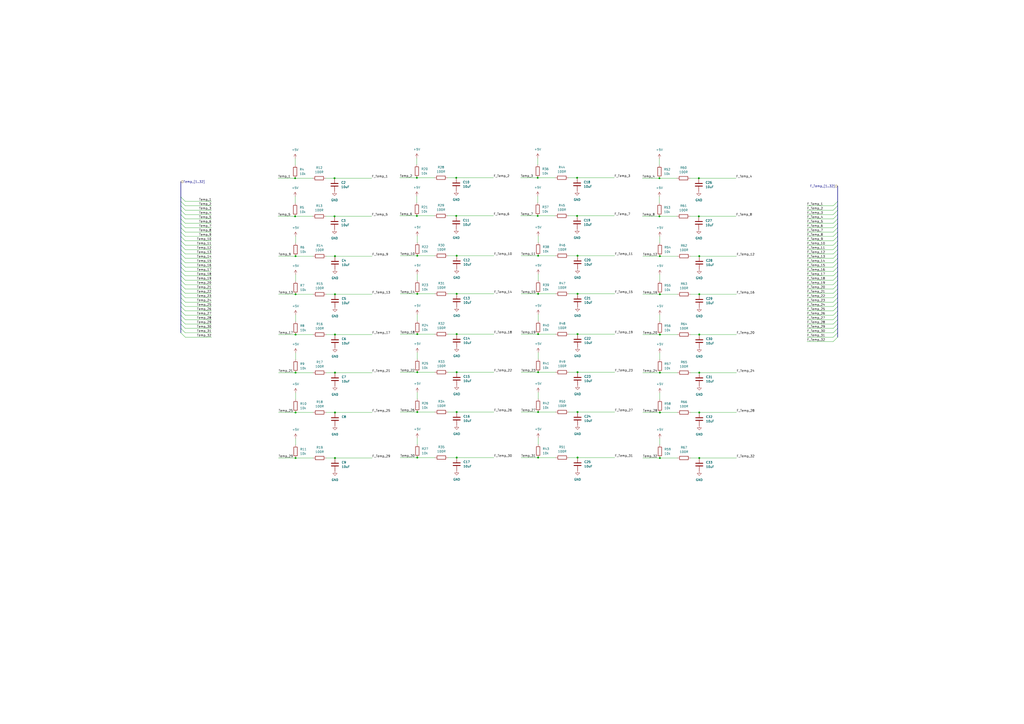
<source format=kicad_sch>
(kicad_sch (version 20230121) (generator eeschema)
  (paper "A2")
  (junction (at 334.772 103.124))
  (junction (at 171.45 170.688))
  (junction (at 264.668 103.124))
  (junction (at 264.922 215.9))
  (junction (at 382.778 265.684))
  (junction (at 335.026 170.434))
  (junction (at 405.638 239.268))
  (junction (at 335.026 148.336))
  (junction (at 194.31 239.268))
  (junction (at 171.45 148.59))
  (junction (at 312.166 265.43))
  (junction (at 312.166 215.9))
  (junction (at 264.922 239.014))
  (junction (at 171.196 125.476))
  (junction (at 335.026 239.014))
  (junction (at 405.638 216.154))
  (junction (at 382.778 148.59))
  (junction (at 264.668 125.222))
  (junction (at 194.31 216.154))
  (junction (at 382.778 194.056))
  (junction (at 335.026 265.43))
  (junction (at 405.638 265.684))
  (junction (at 335.026 193.802))
  (junction (at 312.166 193.802))
  (junction (at 264.922 265.43))
  (junction (at 382.778 239.268))
  (junction (at 171.45 216.154))
  (junction (at 335.026 215.9))
  (junction (at 382.778 216.154))
  (junction (at 405.384 103.378))
  (junction (at 264.922 193.802))
  (junction (at 194.31 265.684))
  (junction (at 194.056 103.378))
  (junction (at 405.638 148.59))
  (junction (at 334.772 125.222))
  (junction (at 194.31 170.688))
  (junction (at 171.45 239.268))
  (junction (at 194.31 148.59))
  (junction (at 194.056 125.476))
  (junction (at 171.45 194.056))
  (junction (at 171.45 265.684))
  (junction (at 264.922 148.336))
  (junction (at 171.196 103.378))
  (junction (at 382.524 125.476))
  (junction (at 241.808 125.222))
  (junction (at 242.062 239.014))
  (junction (at 405.384 125.476))
  (junction (at 242.062 215.9))
  (junction (at 242.062 193.802))
  (junction (at 242.062 148.336))
  (junction (at 242.062 170.434))
  (junction (at 382.524 103.378))
  (junction (at 242.062 265.43))
  (junction (at 312.166 170.434))
  (junction (at 241.808 103.124))
  (junction (at 311.912 103.124))
  (junction (at 311.912 125.222))
  (junction (at 382.778 170.688))
  (junction (at 264.922 170.434))
  (junction (at 194.31 194.056))
  (junction (at 405.638 170.688))
  (junction (at 312.166 239.014))
  (junction (at 312.166 148.336))
  (junction (at 405.638 194.056))
  (bus_entry (at 104.902 147.32) (size 2.54 2.54))
  (bus_entry (at 485.902 167.64) (size -2.54 2.54))
  (bus_entry (at 485.902 144.78) (size -2.54 2.54))
  (bus_entry (at 485.902 157.48) (size -2.54 2.54))
  (bus_entry (at 104.902 180.34) (size 2.54 2.54))
  (bus_entry (at 104.902 190.5) (size 2.54 2.54))
  (bus_entry (at 485.902 175.26) (size -2.54 2.54))
  (bus_entry (at 485.902 160.02) (size -2.54 2.54))
  (bus_entry (at 104.902 172.72) (size 2.54 2.54))
  (bus_entry (at 104.902 127) (size 2.54 2.54))
  (bus_entry (at 104.902 149.86) (size 2.54 2.54))
  (bus_entry (at 485.902 180.34) (size -2.54 2.54))
  (bus_entry (at 485.902 172.72) (size -2.54 2.54))
  (bus_entry (at 104.902 175.26) (size 2.54 2.54))
  (bus_entry (at 104.902 114.3) (size 2.54 2.54))
  (bus_entry (at 485.902 116.84) (size -2.54 2.54))
  (bus_entry (at 104.902 129.54) (size 2.54 2.54))
  (bus_entry (at 104.902 116.84) (size 2.54 2.54))
  (bus_entry (at 485.902 162.56) (size -2.54 2.54))
  (bus_entry (at 485.902 195.58) (size -2.54 2.54))
  (bus_entry (at 104.902 185.42) (size 2.54 2.54))
  (bus_entry (at 104.902 142.24) (size 2.54 2.54))
  (bus_entry (at 104.902 124.46) (size 2.54 2.54))
  (bus_entry (at 104.902 134.62) (size 2.54 2.54))
  (bus_entry (at 485.902 121.92) (size -2.54 2.54))
  (bus_entry (at 485.902 129.54) (size -2.54 2.54))
  (bus_entry (at 104.902 154.94) (size 2.54 2.54))
  (bus_entry (at 485.902 154.94) (size -2.54 2.54))
  (bus_entry (at 104.902 193.04) (size 2.54 2.54))
  (bus_entry (at 104.902 152.4) (size 2.54 2.54))
  (bus_entry (at 104.902 132.08) (size 2.54 2.54))
  (bus_entry (at 485.902 139.7) (size -2.54 2.54))
  (bus_entry (at 104.902 170.18) (size 2.54 2.54))
  (bus_entry (at 485.902 152.4) (size -2.54 2.54))
  (bus_entry (at 485.902 187.96) (size -2.54 2.54))
  (bus_entry (at 104.902 144.78) (size 2.54 2.54))
  (bus_entry (at 485.902 193.04) (size -2.54 2.54))
  (bus_entry (at 104.902 177.8) (size 2.54 2.54))
  (bus_entry (at 485.902 124.46) (size -2.54 2.54))
  (bus_entry (at 485.902 177.8) (size -2.54 2.54))
  (bus_entry (at 104.902 121.92) (size 2.54 2.54))
  (bus_entry (at 485.902 147.32) (size -2.54 2.54))
  (bus_entry (at 104.902 119.38) (size 2.54 2.54))
  (bus_entry (at 485.902 134.62) (size -2.54 2.54))
  (bus_entry (at 104.902 139.7) (size 2.54 2.54))
  (bus_entry (at 485.902 132.08) (size -2.54 2.54))
  (bus_entry (at 104.902 137.16) (size 2.54 2.54))
  (bus_entry (at 104.902 157.48) (size 2.54 2.54))
  (bus_entry (at 485.902 127) (size -2.54 2.54))
  (bus_entry (at 485.902 170.18) (size -2.54 2.54))
  (bus_entry (at 104.902 165.1) (size 2.54 2.54))
  (bus_entry (at 485.902 142.24) (size -2.54 2.54))
  (bus_entry (at 104.902 162.56) (size 2.54 2.54))
  (bus_entry (at 485.902 190.5) (size -2.54 2.54))
  (bus_entry (at 485.902 149.86) (size -2.54 2.54))
  (bus_entry (at 104.902 182.88) (size 2.54 2.54))
  (bus_entry (at 485.902 137.16) (size -2.54 2.54))
  (bus_entry (at 485.902 119.38) (size -2.54 2.54))
  (bus_entry (at 104.902 167.64) (size 2.54 2.54))
  (bus_entry (at 485.902 165.1) (size -2.54 2.54))
  (bus_entry (at 485.902 185.42) (size -2.54 2.54))
  (bus_entry (at 104.902 160.02) (size 2.54 2.54))
  (bus_entry (at 104.902 187.96) (size 2.54 2.54))
  (bus_entry (at 485.902 182.88) (size -2.54 2.54))
  (wire (pts (xy 264.922 193.802) (xy 286.512 193.802)))
  (wire (pts (xy 483.362 175.26) (xy 468.122 175.26)))
  (bus (pts (xy 104.902 162.56) (xy 104.902 165.1)))
  (wire (pts (xy 302.26 265.43) (xy 312.166 265.43)))
  (wire (pts (xy 335.026 193.802) (xy 356.616 193.802)))
  (wire (pts (xy 405.384 103.378) (xy 426.974 103.378)))
  (wire (pts (xy 483.362 121.92) (xy 468.122 121.92)))
  (bus (pts (xy 104.902 167.64) (xy 104.902 170.18)))
  (wire (pts (xy 372.872 216.154) (xy 382.778 216.154)))
  (wire (pts (xy 259.842 239.014) (xy 264.922 239.014)))
  (wire (pts (xy 382.778 254.254) (xy 382.778 258.064)))
  (wire (pts (xy 171.45 216.154) (xy 181.61 216.154)))
  (bus (pts (xy 104.902 170.18) (xy 104.902 172.72)))
  (bus (pts (xy 485.902 165.1) (xy 485.902 167.64)))
  (wire (pts (xy 107.442 152.4) (xy 122.682 152.4)))
  (bus (pts (xy 485.902 177.8) (xy 485.902 180.34)))
  (wire (pts (xy 171.196 125.476) (xy 181.356 125.476)))
  (bus (pts (xy 485.902 182.88) (xy 485.902 185.42)))
  (wire (pts (xy 107.442 180.34) (xy 122.682 180.34)))
  (wire (pts (xy 400.304 103.378) (xy 405.384 103.378)))
  (bus (pts (xy 485.902 142.24) (xy 485.902 144.78)))
  (wire (pts (xy 329.692 125.222) (xy 334.772 125.222)))
  (wire (pts (xy 259.842 170.434) (xy 264.922 170.434)))
  (wire (pts (xy 242.062 239.014) (xy 252.222 239.014)))
  (wire (pts (xy 483.362 195.58) (xy 468.122 195.58)))
  (wire (pts (xy 302.006 103.124) (xy 311.912 103.124)))
  (wire (pts (xy 382.778 137.16) (xy 382.778 140.97)))
  (wire (pts (xy 107.442 154.94) (xy 122.682 154.94)))
  (wire (pts (xy 171.45 254.254) (xy 171.45 258.064)))
  (wire (pts (xy 329.946 265.43) (xy 335.026 265.43)))
  (wire (pts (xy 405.638 239.268) (xy 427.228 239.268)))
  (wire (pts (xy 382.524 125.476) (xy 392.684 125.476)))
  (wire (pts (xy 372.872 239.268) (xy 382.778 239.268)))
  (wire (pts (xy 483.362 193.04) (xy 468.122 193.04)))
  (wire (pts (xy 382.778 265.684) (xy 392.938 265.684)))
  (wire (pts (xy 483.362 154.94) (xy 468.122 154.94)))
  (bus (pts (xy 485.902 154.94) (xy 485.902 157.48)))
  (wire (pts (xy 194.31 239.268) (xy 215.9 239.268)))
  (bus (pts (xy 104.902 154.94) (xy 104.902 157.48)))
  (wire (pts (xy 372.618 125.476) (xy 382.524 125.476)))
  (bus (pts (xy 485.902 167.64) (xy 485.902 170.18)))
  (wire (pts (xy 107.442 193.04) (xy 122.682 193.04)))
  (wire (pts (xy 483.362 187.96) (xy 468.122 187.96)))
  (bus (pts (xy 485.902 134.62) (xy 485.902 137.16)))
  (bus (pts (xy 485.902 149.86) (xy 485.902 152.4)))
  (wire (pts (xy 312.166 239.014) (xy 322.326 239.014)))
  (wire (pts (xy 483.362 162.56) (xy 468.122 162.56)))
  (bus (pts (xy 485.902 139.7) (xy 485.902 142.24)))
  (wire (pts (xy 107.442 177.8) (xy 122.682 177.8)))
  (wire (pts (xy 161.544 170.688) (xy 171.45 170.688)))
  (bus (pts (xy 485.902 172.72) (xy 485.902 175.26)))
  (wire (pts (xy 483.362 132.08) (xy 468.122 132.08)))
  (wire (pts (xy 232.156 239.014) (xy 242.062 239.014)))
  (wire (pts (xy 241.808 103.124) (xy 251.968 103.124)))
  (wire (pts (xy 382.778 182.626) (xy 382.778 186.436)))
  (wire (pts (xy 382.778 227.838) (xy 382.778 231.648)))
  (wire (pts (xy 264.922 239.014) (xy 286.512 239.014)))
  (wire (pts (xy 400.558 265.684) (xy 405.638 265.684)))
  (wire (pts (xy 161.544 239.268) (xy 171.45 239.268)))
  (wire (pts (xy 171.45 159.258) (xy 171.45 163.068)))
  (wire (pts (xy 189.23 216.154) (xy 194.31 216.154)))
  (wire (pts (xy 405.638 194.056) (xy 427.228 194.056)))
  (wire (pts (xy 188.976 103.378) (xy 194.056 103.378)))
  (wire (pts (xy 405.638 216.154) (xy 427.228 216.154)))
  (wire (pts (xy 382.778 170.688) (xy 392.938 170.688)))
  (wire (pts (xy 372.872 170.688) (xy 382.778 170.688)))
  (wire (pts (xy 242.062 148.336) (xy 252.222 148.336)))
  (wire (pts (xy 483.362 172.72) (xy 468.122 172.72)))
  (wire (pts (xy 161.544 216.154) (xy 171.45 216.154)))
  (bus (pts (xy 485.902 144.78) (xy 485.902 147.32)))
  (bus (pts (xy 485.902 185.42) (xy 485.902 187.96)))
  (wire (pts (xy 107.442 119.38) (xy 122.682 119.38)))
  (wire (pts (xy 231.902 103.124) (xy 241.808 103.124)))
  (bus (pts (xy 485.902 132.08) (xy 485.902 134.62)))
  (bus (pts (xy 104.902 127) (xy 104.902 129.54)))
  (wire (pts (xy 302.26 193.802) (xy 312.166 193.802)))
  (wire (pts (xy 483.362 142.24) (xy 468.122 142.24)))
  (wire (pts (xy 382.778 194.056) (xy 392.938 194.056)))
  (wire (pts (xy 483.362 152.4) (xy 468.122 152.4)))
  (wire (pts (xy 312.166 159.004) (xy 312.166 162.814)))
  (bus (pts (xy 104.902 139.7) (xy 104.902 142.24)))
  (bus (pts (xy 104.902 142.24) (xy 104.902 144.78)))
  (wire (pts (xy 171.45 137.16) (xy 171.45 140.97)))
  (wire (pts (xy 189.23 239.268) (xy 194.31 239.268)))
  (wire (pts (xy 107.442 160.02) (xy 122.682 160.02)))
  (wire (pts (xy 107.442 144.78) (xy 122.682 144.78)))
  (wire (pts (xy 107.442 124.46) (xy 122.682 124.46)))
  (wire (pts (xy 329.946 215.9) (xy 335.026 215.9)))
  (wire (pts (xy 483.362 190.5) (xy 468.122 190.5)))
  (wire (pts (xy 232.156 265.43) (xy 242.062 265.43)))
  (wire (pts (xy 171.45 170.688) (xy 181.61 170.688)))
  (wire (pts (xy 259.588 125.222) (xy 264.668 125.222)))
  (wire (pts (xy 107.442 137.16) (xy 122.682 137.16)))
  (wire (pts (xy 483.362 144.78) (xy 468.122 144.78)))
  (wire (pts (xy 312.166 182.372) (xy 312.166 186.182)))
  (wire (pts (xy 161.544 265.684) (xy 171.45 265.684)))
  (wire (pts (xy 382.778 239.268) (xy 392.938 239.268)))
  (wire (pts (xy 264.922 170.434) (xy 286.512 170.434)))
  (wire (pts (xy 382.778 148.59) (xy 392.938 148.59)))
  (wire (pts (xy 382.524 114.046) (xy 382.524 117.856)))
  (wire (pts (xy 483.362 185.42) (xy 468.122 185.42)))
  (wire (pts (xy 382.778 204.724) (xy 382.778 208.534)))
  (wire (pts (xy 107.442 121.92) (xy 122.682 121.92)))
  (wire (pts (xy 483.362 167.64) (xy 468.122 167.64)))
  (wire (pts (xy 241.808 125.222) (xy 251.968 125.222)))
  (bus (pts (xy 104.902 114.3) (xy 104.902 116.84)))
  (bus (pts (xy 104.902 187.96) (xy 104.902 190.5)))
  (wire (pts (xy 171.45 239.268) (xy 181.61 239.268)))
  (bus (pts (xy 485.902 127) (xy 485.902 129.54)))
  (wire (pts (xy 161.29 103.378) (xy 171.196 103.378)))
  (wire (pts (xy 107.442 132.08) (xy 122.682 132.08)))
  (wire (pts (xy 242.062 204.47) (xy 242.062 208.28)))
  (wire (pts (xy 107.442 127) (xy 122.682 127)))
  (bus (pts (xy 104.902 185.42) (xy 104.902 187.96)))
  (wire (pts (xy 400.558 170.688) (xy 405.638 170.688)))
  (wire (pts (xy 107.442 162.56) (xy 122.682 162.56)))
  (wire (pts (xy 194.31 194.056) (xy 215.9 194.056)))
  (wire (pts (xy 107.442 170.18) (xy 122.682 170.18)))
  (bus (pts (xy 104.902 121.92) (xy 104.902 124.46)))
  (wire (pts (xy 171.45 204.724) (xy 171.45 208.534)))
  (wire (pts (xy 335.026 215.9) (xy 356.616 215.9)))
  (wire (pts (xy 312.166 204.47) (xy 312.166 208.28)))
  (wire (pts (xy 232.156 215.9) (xy 242.062 215.9)))
  (wire (pts (xy 264.922 215.9) (xy 286.512 215.9)))
  (wire (pts (xy 483.362 160.02) (xy 468.122 160.02)))
  (wire (pts (xy 483.362 157.48) (xy 468.122 157.48)))
  (wire (pts (xy 161.544 148.59) (xy 171.45 148.59)))
  (wire (pts (xy 335.026 148.336) (xy 356.616 148.336)))
  (wire (pts (xy 382.524 91.948) (xy 382.524 95.758)))
  (bus (pts (xy 104.902 105.41) (xy 104.902 114.3)))
  (bus (pts (xy 485.902 129.54) (xy 485.902 132.08)))
  (wire (pts (xy 483.362 170.18) (xy 468.122 170.18)))
  (wire (pts (xy 107.442 167.64) (xy 122.682 167.64)))
  (wire (pts (xy 302.26 239.014) (xy 312.166 239.014)))
  (bus (pts (xy 104.902 147.32) (xy 104.902 149.86)))
  (wire (pts (xy 188.976 125.476) (xy 194.056 125.476)))
  (wire (pts (xy 405.638 170.688) (xy 427.228 170.688)))
  (wire (pts (xy 242.062 182.372) (xy 242.062 186.182)))
  (wire (pts (xy 400.558 216.154) (xy 405.638 216.154)))
  (wire (pts (xy 372.872 194.056) (xy 382.778 194.056)))
  (wire (pts (xy 329.946 148.336) (xy 335.026 148.336)))
  (wire (pts (xy 232.156 170.434) (xy 242.062 170.434)))
  (wire (pts (xy 400.558 239.268) (xy 405.638 239.268)))
  (wire (pts (xy 264.668 125.222) (xy 286.258 125.222)))
  (wire (pts (xy 107.442 187.96) (xy 122.682 187.96)))
  (wire (pts (xy 107.442 195.58) (xy 122.682 195.58)))
  (wire (pts (xy 483.362 198.12) (xy 468.122 198.12)))
  (wire (pts (xy 483.362 139.7) (xy 468.122 139.7)))
  (wire (pts (xy 189.23 170.688) (xy 194.31 170.688)))
  (wire (pts (xy 334.772 125.222) (xy 356.362 125.222)))
  (bus (pts (xy 104.902 132.08) (xy 104.902 134.62)))
  (wire (pts (xy 302.26 170.434) (xy 312.166 170.434)))
  (wire (pts (xy 335.026 265.43) (xy 356.616 265.43)))
  (wire (pts (xy 242.062 193.802) (xy 252.222 193.802)))
  (wire (pts (xy 171.196 114.046) (xy 171.196 117.856)))
  (wire (pts (xy 483.362 182.88) (xy 468.122 182.88)))
  (wire (pts (xy 405.638 265.684) (xy 427.228 265.684)))
  (bus (pts (xy 104.902 182.88) (xy 104.902 185.42)))
  (bus (pts (xy 485.902 124.46) (xy 485.902 127)))
  (bus (pts (xy 485.902 147.32) (xy 485.902 149.86)))
  (bus (pts (xy 104.902 116.84) (xy 104.902 119.38)))
  (wire (pts (xy 242.062 254) (xy 242.062 257.81)))
  (wire (pts (xy 312.166 136.906) (xy 312.166 140.716)))
  (wire (pts (xy 400.558 148.59) (xy 405.638 148.59)))
  (wire (pts (xy 171.196 103.378) (xy 181.356 103.378)))
  (wire (pts (xy 311.912 91.694) (xy 311.912 95.504)))
  (wire (pts (xy 483.362 149.86) (xy 468.122 149.86)))
  (wire (pts (xy 107.442 139.7) (xy 122.682 139.7)))
  (wire (pts (xy 259.588 103.124) (xy 264.668 103.124)))
  (bus (pts (xy 104.902 134.62) (xy 104.902 137.16)))
  (wire (pts (xy 312.166 215.9) (xy 322.326 215.9)))
  (wire (pts (xy 483.362 124.46) (xy 468.122 124.46)))
  (wire (pts (xy 107.442 182.88) (xy 122.682 182.88)))
  (wire (pts (xy 161.29 125.476) (xy 171.196 125.476)))
  (wire (pts (xy 107.442 142.24) (xy 122.682 142.24)))
  (bus (pts (xy 485.902 121.92) (xy 485.902 124.46)))
  (wire (pts (xy 194.056 103.378) (xy 215.646 103.378)))
  (wire (pts (xy 107.442 185.42) (xy 122.682 185.42)))
  (bus (pts (xy 104.902 137.16) (xy 104.902 139.7)))
  (bus (pts (xy 485.902 152.4) (xy 485.902 154.94)))
  (wire (pts (xy 194.31 265.684) (xy 215.9 265.684)))
  (wire (pts (xy 405.638 148.59) (xy 427.228 148.59)))
  (wire (pts (xy 161.544 194.056) (xy 171.45 194.056)))
  (wire (pts (xy 312.166 254) (xy 312.166 257.81)))
  (wire (pts (xy 312.166 193.802) (xy 322.326 193.802)))
  (wire (pts (xy 329.946 239.014) (xy 335.026 239.014)))
  (wire (pts (xy 107.442 165.1) (xy 122.682 165.1)))
  (wire (pts (xy 242.062 215.9) (xy 252.222 215.9)))
  (wire (pts (xy 335.026 239.014) (xy 356.616 239.014)))
  (bus (pts (xy 485.902 180.34) (xy 485.902 182.88)))
  (wire (pts (xy 231.902 125.222) (xy 241.808 125.222)))
  (wire (pts (xy 242.062 136.906) (xy 242.062 140.716)))
  (wire (pts (xy 242.062 265.43) (xy 252.222 265.43)))
  (wire (pts (xy 171.45 182.626) (xy 171.45 186.436)))
  (wire (pts (xy 312.166 227.584) (xy 312.166 231.394)))
  (wire (pts (xy 259.842 215.9) (xy 264.922 215.9)))
  (wire (pts (xy 483.362 119.38) (xy 468.122 119.38)))
  (wire (pts (xy 241.808 91.694) (xy 241.808 95.504)))
  (wire (pts (xy 483.362 165.1) (xy 468.122 165.1)))
  (bus (pts (xy 485.902 157.48) (xy 485.902 160.02)))
  (wire (pts (xy 405.384 125.476) (xy 426.974 125.476)))
  (wire (pts (xy 264.922 148.336) (xy 286.512 148.336)))
  (wire (pts (xy 171.45 265.684) (xy 181.61 265.684)))
  (bus (pts (xy 104.902 190.5) (xy 104.902 193.04)))
  (wire (pts (xy 189.23 265.684) (xy 194.31 265.684)))
  (wire (pts (xy 312.166 170.434) (xy 322.326 170.434)))
  (wire (pts (xy 302.006 125.222) (xy 311.912 125.222)))
  (wire (pts (xy 311.912 125.222) (xy 322.072 125.222)))
  (wire (pts (xy 189.23 148.59) (xy 194.31 148.59)))
  (wire (pts (xy 335.026 170.434) (xy 356.616 170.434)))
  (wire (pts (xy 483.362 134.62) (xy 468.122 134.62)))
  (wire (pts (xy 189.23 194.056) (xy 194.31 194.056)))
  (wire (pts (xy 194.31 148.59) (xy 215.9 148.59)))
  (bus (pts (xy 485.902 193.04) (xy 485.902 195.58)))
  (wire (pts (xy 311.912 103.124) (xy 322.072 103.124)))
  (bus (pts (xy 485.902 162.56) (xy 485.902 165.1)))
  (wire (pts (xy 194.31 170.688) (xy 215.9 170.688)))
  (bus (pts (xy 104.902 172.72) (xy 104.902 175.26)))
  (wire (pts (xy 372.872 148.59) (xy 382.778 148.59)))
  (bus (pts (xy 485.902 119.38) (xy 485.902 121.92)))
  (bus (pts (xy 104.902 129.54) (xy 104.902 132.08)))
  (wire (pts (xy 329.692 103.124) (xy 334.772 103.124)))
  (wire (pts (xy 302.26 148.336) (xy 312.166 148.336)))
  (wire (pts (xy 400.558 194.056) (xy 405.638 194.056)))
  (wire (pts (xy 312.166 265.43) (xy 322.326 265.43)))
  (bus (pts (xy 485.902 116.84) (xy 485.902 119.38)))
  (wire (pts (xy 171.45 194.056) (xy 181.61 194.056)))
  (wire (pts (xy 107.442 116.84) (xy 122.682 116.84)))
  (wire (pts (xy 171.45 148.59) (xy 181.61 148.59)))
  (wire (pts (xy 382.524 103.378) (xy 392.684 103.378)))
  (wire (pts (xy 242.062 159.004) (xy 242.062 162.814)))
  (bus (pts (xy 104.902 144.78) (xy 104.902 147.32)))
  (wire (pts (xy 483.362 127) (xy 468.122 127)))
  (bus (pts (xy 104.902 160.02) (xy 104.902 162.56)))
  (wire (pts (xy 232.156 193.802) (xy 242.062 193.802)))
  (wire (pts (xy 329.946 193.802) (xy 335.026 193.802)))
  (wire (pts (xy 259.842 148.336) (xy 264.922 148.336)))
  (wire (pts (xy 107.442 157.48) (xy 122.682 157.48)))
  (wire (pts (xy 194.31 216.154) (xy 215.9 216.154)))
  (wire (pts (xy 311.912 113.792) (xy 311.912 117.602)))
  (wire (pts (xy 107.442 172.72) (xy 122.682 172.72)))
  (wire (pts (xy 382.778 159.258) (xy 382.778 163.068)))
  (wire (pts (xy 483.362 137.16) (xy 468.122 137.16)))
  (wire (pts (xy 259.842 193.802) (xy 264.922 193.802)))
  (bus (pts (xy 104.902 177.8) (xy 104.902 180.34)))
  (bus (pts (xy 485.902 187.96) (xy 485.902 190.5)))
  (bus (pts (xy 104.902 152.4) (xy 104.902 154.94)))
  (wire (pts (xy 107.442 190.5) (xy 122.682 190.5)))
  (wire (pts (xy 107.442 134.62) (xy 122.682 134.62)))
  (bus (pts (xy 104.902 124.46) (xy 104.902 127)))
  (wire (pts (xy 232.156 148.336) (xy 242.062 148.336)))
  (wire (pts (xy 259.842 265.43) (xy 264.922 265.43)))
  (bus (pts (xy 104.902 149.86) (xy 104.902 152.4)))
  (wire (pts (xy 372.872 265.684) (xy 382.778 265.684)))
  (wire (pts (xy 171.45 227.838) (xy 171.45 231.648)))
  (wire (pts (xy 312.166 148.336) (xy 322.326 148.336)))
  (wire (pts (xy 334.772 103.124) (xy 356.362 103.124)))
  (wire (pts (xy 382.778 216.154) (xy 392.938 216.154)))
  (wire (pts (xy 194.056 125.476) (xy 215.646 125.476)))
  (wire (pts (xy 483.362 180.34) (xy 468.122 180.34)))
  (wire (pts (xy 242.062 227.584) (xy 242.062 231.394)))
  (bus (pts (xy 485.902 107.95) (xy 485.902 116.84)))
  (wire (pts (xy 242.062 170.434) (xy 252.222 170.434)))
  (wire (pts (xy 107.442 149.86) (xy 122.682 149.86)))
  (bus (pts (xy 104.902 165.1) (xy 104.902 167.64)))
  (wire (pts (xy 171.196 91.948) (xy 171.196 95.758)))
  (bus (pts (xy 104.902 175.26) (xy 104.902 177.8)))
  (wire (pts (xy 107.442 175.26) (xy 122.682 175.26)))
  (wire (pts (xy 264.922 265.43) (xy 286.512 265.43)))
  (bus (pts (xy 104.902 157.48) (xy 104.902 160.02)))
  (wire (pts (xy 241.808 113.792) (xy 241.808 117.602)))
  (bus (pts (xy 485.902 160.02) (xy 485.902 162.56)))
  (bus (pts (xy 485.902 170.18) (xy 485.902 172.72)))
  (bus (pts (xy 485.902 190.5) (xy 485.902 193.04)))
  (bus (pts (xy 485.902 137.16) (xy 485.902 139.7)))
  (wire (pts (xy 264.668 103.124) (xy 286.258 103.124)))
  (wire (pts (xy 329.946 170.434) (xy 335.026 170.434)))
  (wire (pts (xy 372.618 103.378) (xy 382.524 103.378)))
  (wire (pts (xy 483.362 147.32) (xy 468.122 147.32)))
  (bus (pts (xy 104.902 180.34) (xy 104.902 182.88)))
  (wire (pts (xy 400.304 125.476) (xy 405.384 125.476)))
  (bus (pts (xy 104.902 119.38) (xy 104.902 121.92)))
  (bus (pts (xy 485.902 175.26) (xy 485.902 177.8)))
  (wire (pts (xy 302.26 215.9) (xy 312.166 215.9)))
  (wire (pts (xy 107.442 129.54) (xy 122.682 129.54)))
  (wire (pts (xy 483.362 129.54) (xy 468.122 129.54)))
  (wire (pts (xy 107.442 147.32) (xy 122.682 147.32)))
  (wire (pts (xy 483.362 177.8) (xy 468.122 177.8)))
  (label "F_Temp_15" (at 468.122 154.94 0))
  (label "F_Temp_22" (at 286.512 215.9 0))
  (label "Temp_1" (at 122.682 116.84 180))
  (label "F_Temp_25" (at 468.122 180.34 0))
  (label "F_Temp_3" (at 356.362 103.124 0))
  (label "Temp_23" (at 122.682 172.72 180))
  (label "F_Temp_6" (at 286.258 125.222 0))
  (label "Temp_11" (at 122.682 142.24 180))
  (label "Temp_17" (at 161.544 194.056 0))
  (label "Temp_14" (at 122.682 149.86 180))
  (label "Temp_24" (at 122.682 175.26 180))
  (label "F_Temp_4" (at 426.974 103.378 0))
  (label "F_Temp_4" (at 468.122 127 0))
  (label "F_Temp_1" (at 468.122 119.38 0))
  (label "F_Temp_18" (at 468.122 162.56 0))
  (label "F_Temp_27" (at 468.122 185.42 0))
  (label "F_Temp_12" (at 468.122 147.32 0))
  (label "Temp_9" (at 122.682 137.16 180))
  (label "Temp_23" (at 302.26 215.9 0))
  (label "Temp_15" (at 302.26 170.434 0))
  (label "F_Temp_12" (at 427.228 148.59 0))
  (label "Temp_7" (at 302.006 125.222 0))
  (label "F_Temp_31" (at 468.122 195.58 0))
  (label "Temp_17" (at 122.682 157.48 180))
  (label "F_Temp_16" (at 468.122 157.48 0))
  (label "F_Temp_23" (at 356.616 215.9 0))
  (label "F_Temp_14" (at 286.512 170.434 0))
  (label "Temp_8" (at 122.682 134.62 180))
  (label "F_Temp_10" (at 468.122 142.24 0))
  (label "F_Temp_20" (at 427.228 194.056 0))
  (label "F_Temp_22" (at 468.122 172.72 0))
  (label "F_Temp_17" (at 468.122 160.02 0))
  (label "Temp_27" (at 122.682 182.88 180))
  (label "Temp_10" (at 122.682 139.7 180))
  (label "F_Temp_5" (at 468.122 129.54 0))
  (label "F_Temp_10" (at 286.512 148.336 0))
  (label "F_Temp_2" (at 286.258 103.124 0))
  (label "Temp_24" (at 372.872 216.154 0))
  (label "Temp_4" (at 122.682 124.46 180))
  (label "F_Temp_32" (at 468.122 198.12 0))
  (label "F_Temp_13" (at 468.122 149.86 0))
  (label "F_Temp_26" (at 468.122 182.88 0))
  (label "Temp_26" (at 122.682 180.34 180))
  (label "Temp_25" (at 161.544 239.268 0))
  (label "F_Temp_11" (at 356.616 148.336 0))
  (label "Temp_28" (at 122.682 185.42 180))
  (label "F_Temp_30" (at 286.512 265.43 0))
  (label "Temp_1" (at 161.29 103.378 0))
  (label "F_Temp_2" (at 468.122 121.92 0))
  (label "Temp_2" (at 231.902 103.124 0))
  (label "Temp_30" (at 122.682 190.5 180))
  (label "F_Temp_1" (at 215.646 103.378 0))
  (label "F_Temp_26" (at 286.512 239.014 0))
  (label "F_Temp_18" (at 286.512 193.802 0))
  (label "Temp_18" (at 232.156 193.802 0))
  (label "Temp_3" (at 122.682 121.92 180))
  (label "F_Temp_9" (at 215.9 148.59 0))
  (label "Temp_13" (at 122.682 147.32 180))
  (label "Temp_20" (at 372.872 194.056 0))
  (label "Temp_29" (at 122.682 187.96 180))
  (label "F_Temp_11" (at 468.122 144.78 0))
  (label "Temp_9" (at 161.544 148.59 0))
  (label "Temp_30" (at 232.156 265.43 0))
  (label "Temp_10" (at 232.156 148.336 0))
  (label "Temp_21" (at 161.544 216.154 0))
  (label "Temp_2" (at 122.682 119.38 180))
  (label "F_Temp_23" (at 468.122 175.26 0))
  (label "F_Temp_16" (at 427.228 170.688 0))
  (label "F_Temp_29" (at 468.122 190.5 0))
  (label "Temp_11" (at 302.26 148.336 0))
  (label "F_Temp_8" (at 426.974 125.476 0))
  (label "Temp_6" (at 122.682 129.54 180))
  (label "Temp_19" (at 302.26 193.802 0))
  (label "Temp_25" (at 122.682 177.8 180))
  (label "Temp_32" (at 122.682 195.58 180))
  (label "F_Temp_17" (at 215.9 194.056 0))
  (label "Temp_16" (at 122.682 154.94 180))
  (label "F_Temp_31" (at 356.616 265.43 0))
  (label "F_Temp_6" (at 468.122 132.08 0))
  (label "Temp_7" (at 122.682 132.08 180))
  (label "F_Temp_32" (at 427.228 265.684 0))
  (label "Temp_16" (at 372.872 170.688 0))
  (label "F_Temp_28" (at 427.228 239.268 0))
  (label "Temp_5" (at 161.29 125.476 0))
  (label "F_Temp_20" (at 468.122 167.64 0))
  (label "F_Temp_28" (at 468.122 187.96 0))
  (label "F_Temp_13" (at 215.9 170.688 0))
  (label "F_Temp_19" (at 356.616 193.802 0))
  (label "F_Temp_24" (at 468.122 177.8 0))
  (label "F_Temp_8" (at 468.122 137.16 0))
  (label "Temp_28" (at 372.872 239.268 0))
  (label "Temp_32" (at 372.872 265.684 0))
  (label "Temp_31" (at 122.682 193.04 180))
  (label "Temp_4" (at 372.618 103.378 0))
  (label "Temp_13" (at 161.544 170.688 0))
  (label "Temp_6" (at 231.902 125.222 0))
  (label "F_Temp_14" (at 468.122 152.4 0))
  (label "Temp_31" (at 302.26 265.43 0))
  (label "F_Temp_30" (at 468.122 193.04 0))
  (label "Temp_8" (at 372.618 125.476 0))
  (label "F_Temp_27" (at 356.616 239.014 0))
  (label "Temp_29" (at 161.544 265.684 0))
  (label "Temp_18" (at 122.682 160.02 180))
  (label "F_Temp_24" (at 427.228 216.154 0))
  (label "Temp_19" (at 122.682 162.56 180))
  (label "F_Temp_5" (at 215.646 125.476 0))
  (label "F_Temp_3" (at 468.122 124.46 0))
  (label "F_Temp_7" (at 468.122 134.62 0))
  (label "Temp_5" (at 122.682 127 180))
  (label "F_Temp_9" (at 468.122 139.7 0))
  (label "Temp_27" (at 302.26 239.014 0))
  (label "F_Temp_7" (at 356.362 125.222 0))
  (label "Temp_21" (at 122.682 167.64 180))
  (label "Temp_3" (at 302.006 103.124 0))
  (label "F_Temp_15" (at 356.616 170.434 0))
  (label "Temp_22" (at 122.682 170.18 180))
  (label "Temp_22" (at 232.156 215.9 0))
  (label "Temp_26" (at 232.156 239.014 0))
  (label "F_Temp_21" (at 468.122 170.18 0))
  (label "Temp_12" (at 372.872 148.59 0))
  (label "F_Temp_25" (at 215.9 239.268 0))
  (label "F_Temp_21" (at 215.9 216.154 0))
  (label "F_Temp_29" (at 215.9 265.684 0))
  (label "Temp_12" (at 122.682 144.78 180))
  (label "Temp_14" (at 232.156 170.434 0))
  (label "Temp_15" (at 122.682 152.4 180))
  (label "F_Temp_19" (at 468.122 165.1 0))
  (label "Temp_20" (at 122.682 165.1 180))
  (hierarchical_label "Temp_[1..32]" (shape input) (at 104.902 105.41 0))
  (hierarchical_label "F_Temp_[1..32]" (shape input) (at 485.902 107.95 180))
  (symbol (lib_id "Device:R") (at 256.032 265.43 90) (unit 1)
    (property "Reference" "R35" (at 256.032 259.334 90))
    (property "Value" "100R" (at 256.032 261.874 90))
    (property "Footprint" "PCM_Resistor_SMD_AKL:R_0603_1608Metric_Pad0.98x0.95mm_HandSolder" (effects hide))
    (instances (project "FIxed NTC reader" (path "" (reference "R35") (unit 1))) (project "Filters" (path "" (reference "R32") (unit 1))))
  )
  (symbol (lib_id "power:GND") (at 335.026 223.52 0) (unit 1)
    (property "Reference" "#PWR062" (effects hide))
    (property "Value" "GND" (at 335.026 228.6 0))
    (instances (project "FIxed NTC reader" (path "" (reference "#PWR062") (unit 1))) (project "Filters" (path "" (reference "#PWR046") (unit 1))))
  )
  (symbol (lib_id "Device:C") (at 264.668 106.934 0) (unit 1)
    (property "Reference" "C10" (at 268.478 105.664 0) (effects (justify left)))
    (property "Value" "10uF" (at 268.478 108.204 0) (effects (justify left)))
    (property "Footprint" "Capacitor_SMD:C_0603_1608Metric_Pad1.08x0.95mm_HandSolder" (effects hide))
    (instances (project "FIxed NTC reader" (path "" (reference "C10") (unit 1))) (project "Filters" (path "" (reference "C9") (unit 1))))
  )
  (symbol (lib_id "power:GND") (at 194.31 178.308 0) (unit 1)
    (property "Reference" "#PWR028" (effects hide))
    (property "Value" "GND" (at 194.31 183.388 0))
    (instances (project "FIxed NTC reader" (path "" (reference "#PWR028") (unit 1))) (project "Filters" (path "" (reference "#PWR012") (unit 1))))
  )
  (symbol (lib_id "Device:R") (at 185.42 194.056 90) (unit 1)
    (property "Reference" "R16" (at 185.42 187.96 90))
    (property "Value" "100R" (at 185.42 190.5 90))
    (property "Footprint" "PCM_Resistor_SMD_AKL:R_0603_1608Metric_Pad0.98x0.95mm_HandSolder" (effects hide))
    (instances (project "FIxed NTC reader" (path "" (reference "R16") (unit 1))) (project "Filters" (path "" (reference "R13") (unit 1))))
  )
  (symbol (lib_id "power:GND") (at 194.31 156.21 0) (unit 1)
    (property "Reference" "#PWR027" (effects hide))
    (property "Value" "GND" (at 194.31 161.29 0))
    (instances (project "FIxed NTC reader" (path "" (reference "#PWR027") (unit 1))) (project "Filters" (path "" (reference "#PWR011") (unit 1))))
  )
  (symbol (lib_id "Device:R") (at 185.166 125.476 90) (unit 1)
    (property "Reference" "R13" (at 185.166 119.38 90))
    (property "Value" "100R" (at 185.166 121.92 90))
    (property "Footprint" "PCM_Resistor_SMD_AKL:R_0603_1608Metric_Pad0.98x0.95mm_HandSolder" (effects hide))
    (instances (project "FIxed NTC reader" (path "" (reference "R13") (unit 1))) (project "Filters" (path "" (reference "R10") (unit 1))))
  )
  (symbol (lib_id "Device:R") (at 312.166 166.624 0) (unit 1)
    (property "Reference" "R39" (at 314.706 165.354 0) (effects (justify left)))
    (property "Value" "10k" (at 314.706 167.894 0) (effects (justify left)))
    (property "Footprint" "PCM_Resistor_SMD_AKL:R_0603_1608Metric_Pad0.98x0.95mm_HandSolder" (effects hide))
    (instances (project "FIxed NTC reader" (path "" (reference "R39") (unit 1))) (project "Filters" (path "" (reference "R36") (unit 1))))
  )
  (symbol (lib_id "Device:R") (at 255.778 103.124 90) (unit 1)
    (property "Reference" "R28" (at 255.778 97.028 90))
    (property "Value" "100R" (at 255.778 99.568 90))
    (property "Footprint" "PCM_Resistor_SMD_AKL:R_0603_1608Metric_Pad0.98x0.95mm_HandSolder" (effects hide))
    (instances (project "FIxed NTC reader" (path "" (reference "R28") (unit 1))) (project "Filters" (path "" (reference "R25") (unit 1))))
  )
  (symbol (lib_id "Device:C") (at 335.026 197.612 0) (unit 1)
    (property "Reference" "C22" (at 338.836 196.342 0) (effects (justify left)))
    (property "Value" "10uF" (at 338.836 198.882 0) (effects (justify left)))
    (property "Footprint" "Capacitor_SMD:C_0603_1608Metric_Pad1.08x0.95mm_HandSolder" (effects hide))
    (instances (project "FIxed NTC reader" (path "" (reference "C22") (unit 1))) (project "Filters" (path "" (reference "C21") (unit 1))))
  )
  (symbol (lib_id "power:+5V") (at 242.062 204.47 0) (unit 1)
    (property "Reference" "#PWR038" (effects hide))
    (property "Value" "+5V" (at 242.062 199.39 0))
    (instances (project "FIxed NTC reader" (path "" (reference "#PWR038") (unit 1))) (project "Filters" (path "" (reference "#PWR022") (unit 1))))
  )
  (symbol (lib_id "Device:R") (at 171.45 261.874 0) (unit 1)
    (property "Reference" "R11" (at 173.99 260.604 0) (effects (justify left)))
    (property "Value" "10k" (at 173.99 263.144 0) (effects (justify left)))
    (property "Footprint" "PCM_Resistor_SMD_AKL:R_0603_1608Metric_Pad0.98x0.95mm_HandSolder" (effects hide))
    (instances (project "FIxed NTC reader" (path "" (reference "R11") (unit 1))) (project "Filters" (path "" (reference "R8") (unit 1))))
  )
  (symbol (lib_id "power:GND") (at 335.026 273.05 0) (unit 1)
    (property "Reference" "#PWR064" (effects hide))
    (property "Value" "GND" (at 335.026 278.13 0))
    (instances (project "FIxed NTC reader" (path "" (reference "#PWR064") (unit 1))) (project "Filters" (path "" (reference "#PWR048") (unit 1))))
  )
  (symbol (lib_id "Device:R") (at 396.748 194.056 90) (unit 1)
    (property "Reference" "R64" (at 396.748 187.96 90))
    (property "Value" "100R" (at 396.748 190.5 90))
    (property "Footprint" "PCM_Resistor_SMD_AKL:R_0603_1608Metric_Pad0.98x0.95mm_HandSolder" (effects hide))
    (instances (project "FIxed NTC reader" (path "" (reference "R64") (unit 1))) (project "Filters" (path "" (reference "R61") (unit 1))))
  )
  (symbol (lib_id "power:+5V") (at 171.196 114.046 0) (unit 1)
    (property "Reference" "#PWR018" (effects hide))
    (property "Value" "+5V" (at 171.196 108.966 0))
    (instances (project "FIxed NTC reader" (path "" (reference "#PWR018") (unit 1))) (project "Filters" (path "" (reference "#PWR02") (unit 1))))
  )
  (symbol (lib_id "Device:C") (at 264.922 152.146 0) (unit 1)
    (property "Reference" "C12" (at 268.732 150.876 0) (effects (justify left)))
    (property "Value" "10uF" (at 268.732 153.416 0) (effects (justify left)))
    (property "Footprint" "Capacitor_SMD:C_0603_1608Metric_Pad1.08x0.95mm_HandSolder" (effects hide))
    (instances (project "FIxed NTC reader" (path "" (reference "C12") (unit 1))) (project "Filters" (path "" (reference "C11") (unit 1))))
  )
  (symbol (lib_id "power:+5V") (at 242.062 254 0) (unit 1)
    (property "Reference" "#PWR040" (effects hide))
    (property "Value" "+5V" (at 242.062 248.92 0))
    (instances (project "FIxed NTC reader" (path "" (reference "#PWR040") (unit 1))) (project "Filters" (path "" (reference "#PWR024") (unit 1))))
  )
  (symbol (lib_id "power:GND") (at 405.638 273.304 0) (unit 1)
    (property "Reference" "#PWR080" (effects hide))
    (property "Value" "GND" (at 405.638 278.384 0))
    (instances (project "FIxed NTC reader" (path "" (reference "#PWR080") (unit 1))) (project "Filters" (path "" (reference "#PWR064") (unit 1))))
  )
  (symbol (lib_id "Device:C") (at 194.31 197.866 0) (unit 1)
    (property "Reference" "C6" (at 198.12 196.596 0) (effects (justify left)))
    (property "Value" "10uF" (at 198.12 199.136 0) (effects (justify left)))
    (property "Footprint" "Capacitor_SMD:C_0603_1608Metric_Pad1.08x0.95mm_HandSolder" (effects hide))
    (instances (project "FIxed NTC reader" (path "" (reference "C6") (unit 1))) (project "Filters" (path "" (reference "C5") (unit 1))))
  )
  (symbol (lib_id "power:+5V") (at 312.166 254 0) (unit 1)
    (property "Reference" "#PWR056" (effects hide))
    (property "Value" "+5V" (at 312.166 248.92 0))
    (instances (project "FIxed NTC reader" (path "" (reference "#PWR056") (unit 1))) (project "Filters" (path "" (reference "#PWR040") (unit 1))))
  )
  (symbol (lib_id "power:GND") (at 335.026 246.634 0) (unit 1)
    (property "Reference" "#PWR063" (effects hide))
    (property "Value" "GND" (at 335.026 251.714 0))
    (instances (project "FIxed NTC reader" (path "" (reference "#PWR063") (unit 1))) (project "Filters" (path "" (reference "#PWR047") (unit 1))))
  )
  (symbol (lib_id "power:GND") (at 405.384 110.998 0) (unit 1)
    (property "Reference" "#PWR073" (effects hide))
    (property "Value" "GND" (at 405.384 116.078 0))
    (instances (project "FIxed NTC reader" (path "" (reference "#PWR073") (unit 1))) (project "Filters" (path "" (reference "#PWR057") (unit 1))))
  )
  (symbol (lib_id "Device:R") (at 326.136 265.43 90) (unit 1)
    (property "Reference" "R51" (at 326.136 259.334 90))
    (property "Value" "100R" (at 326.136 261.874 90))
    (property "Footprint" "PCM_Resistor_SMD_AKL:R_0603_1608Metric_Pad0.98x0.95mm_HandSolder" (effects hide))
    (instances (project "FIxed NTC reader" (path "" (reference "R51") (unit 1))) (project "Filters" (path "" (reference "R48") (unit 1))))
  )
  (symbol (lib_id "power:+5V") (at 312.166 182.372 0) (unit 1)
    (property "Reference" "#PWR053" (effects hide))
    (property "Value" "+5V" (at 312.166 177.292 0))
    (instances (project "FIxed NTC reader" (path "" (reference "#PWR053") (unit 1))) (project "Filters" (path "" (reference "#PWR037") (unit 1))))
  )
  (symbol (lib_id "Device:R") (at 185.42 239.268 90) (unit 1)
    (property "Reference" "R18" (at 185.42 233.172 90))
    (property "Value" "100R" (at 185.42 235.712 90))
    (property "Footprint" "PCM_Resistor_SMD_AKL:R_0603_1608Metric_Pad0.98x0.95mm_HandSolder" (effects hide))
    (instances (project "FIxed NTC reader" (path "" (reference "R18") (unit 1))) (project "Filters" (path "" (reference "R15") (unit 1))))
  )
  (symbol (lib_id "Device:R") (at 312.166 144.526 0) (unit 1)
    (property "Reference" "R38" (at 314.706 143.256 0) (effects (justify left)))
    (property "Value" "10k" (at 314.706 145.796 0) (effects (justify left)))
    (property "Footprint" "PCM_Resistor_SMD_AKL:R_0603_1608Metric_Pad0.98x0.95mm_HandSolder" (effects hide))
    (instances (project "FIxed NTC reader" (path "" (reference "R38") (unit 1))) (project "Filters" (path "" (reference "R35") (unit 1))))
  )
  (symbol (lib_id "power:GND") (at 405.638 223.774 0) (unit 1)
    (property "Reference" "#PWR078" (effects hide))
    (property "Value" "GND" (at 405.638 228.854 0))
    (instances (project "FIxed NTC reader" (path "" (reference "#PWR078") (unit 1))) (project "Filters" (path "" (reference "#PWR062") (unit 1))))
  )
  (symbol (lib_id "Device:C") (at 194.056 129.286 0) (unit 1)
    (property "Reference" "C3" (at 197.866 128.016 0) (effects (justify left)))
    (property "Value" "10uF" (at 197.866 130.556 0) (effects (justify left)))
    (property "Footprint" "Capacitor_SMD:C_0603_1608Metric_Pad1.08x0.95mm_HandSolder" (effects hide))
    (instances (project "FIxed NTC reader" (path "" (reference "C3") (unit 1))) (project "Filters" (path "" (reference "C2") (unit 1))))
  )
  (symbol (lib_id "Device:R") (at 171.196 99.568 0) (unit 1)
    (property "Reference" "R4" (at 173.736 98.298 0) (effects (justify left)))
    (property "Value" "10k" (at 173.736 100.838 0) (effects (justify left)))
    (property "Footprint" "PCM_Resistor_SMD_AKL:R_0603_1608Metric_Pad0.98x0.95mm_HandSolder" (effects hide))
    (instances (project "FIxed NTC reader" (path "" (reference "R4") (unit 1))) (project "Filters" (path "" (reference "R1") (unit 1))))
  )
  (symbol (lib_id "Device:R") (at 312.166 212.09 0) (unit 1)
    (property "Reference" "R41" (at 314.706 210.82 0) (effects (justify left)))
    (property "Value" "10k" (at 314.706 213.36 0) (effects (justify left)))
    (property "Footprint" "PCM_Resistor_SMD_AKL:R_0603_1608Metric_Pad0.98x0.95mm_HandSolder" (effects hide))
    (instances (project "FIxed NTC reader" (path "" (reference "R41") (unit 1))) (project "Filters" (path "" (reference "R38") (unit 1))))
  )
  (symbol (lib_id "power:+5V") (at 242.062 136.906 0) (unit 1)
    (property "Reference" "#PWR035" (effects hide))
    (property "Value" "+5V" (at 242.062 131.826 0))
    (instances (project "FIxed NTC reader" (path "" (reference "#PWR035") (unit 1))) (project "Filters" (path "" (reference "#PWR019") (unit 1))))
  )
  (symbol (lib_id "Device:R") (at 382.778 166.878 0) (unit 1)
    (property "Reference" "R55" (at 385.318 165.608 0) (effects (justify left)))
    (property "Value" "10k" (at 385.318 168.148 0) (effects (justify left)))
    (property "Footprint" "PCM_Resistor_SMD_AKL:R_0603_1608Metric_Pad0.98x0.95mm_HandSolder" (effects hide))
    (instances (project "FIxed NTC reader" (path "" (reference "R55") (unit 1))) (project "Filters" (path "" (reference "R52") (unit 1))))
  )
  (symbol (lib_id "Device:R") (at 312.166 261.62 0) (unit 1)
    (property "Reference" "R43" (at 314.706 260.35 0) (effects (justify left)))
    (property "Value" "10k" (at 314.706 262.89 0) (effects (justify left)))
    (property "Footprint" "PCM_Resistor_SMD_AKL:R_0603_1608Metric_Pad0.98x0.95mm_HandSolder" (effects hide))
    (instances (project "FIxed NTC reader" (path "" (reference "R43") (unit 1))) (project "Filters" (path "" (reference "R40") (unit 1))))
  )
  (symbol (lib_id "Device:C") (at 405.384 107.188 0) (unit 1)
    (property "Reference" "C26" (at 409.194 105.918 0) (effects (justify left)))
    (property "Value" "10uF" (at 409.194 108.458 0) (effects (justify left)))
    (property "Footprint" "Capacitor_SMD:C_0603_1608Metric_Pad1.08x0.95mm_HandSolder" (effects hide))
    (instances (project "FIxed NTC reader" (path "" (reference "C26") (unit 1))) (project "Filters" (path "" (reference "C25") (unit 1))))
  )
  (symbol (lib_id "power:+5V") (at 242.062 182.372 0) (unit 1)
    (property "Reference" "#PWR037" (effects hide))
    (property "Value" "+5V" (at 242.062 177.292 0))
    (instances (project "FIxed NTC reader" (path "" (reference "#PWR037") (unit 1))) (project "Filters" (path "" (reference "#PWR021") (unit 1))))
  )
  (symbol (lib_id "Device:C") (at 405.638 174.498 0) (unit 1)
    (property "Reference" "C29" (at 409.448 173.228 0) (effects (justify left)))
    (property "Value" "10uF" (at 409.448 175.768 0) (effects (justify left)))
    (property "Footprint" "Capacitor_SMD:C_0603_1608Metric_Pad1.08x0.95mm_HandSolder" (effects hide))
    (instances (project "FIxed NTC reader" (path "" (reference "C29") (unit 1))) (project "Filters" (path "" (reference "C28") (unit 1))))
  )
  (symbol (lib_id "Device:C") (at 405.638 269.494 0) (unit 1)
    (property "Reference" "C33" (at 409.448 268.224 0) (effects (justify left)))
    (property "Value" "10uF" (at 409.448 270.764 0) (effects (justify left)))
    (property "Footprint" "Capacitor_SMD:C_0603_1608Metric_Pad1.08x0.95mm_HandSolder" (effects hide))
    (instances (project "FIxed NTC reader" (path "" (reference "C33") (unit 1))) (project "Filters" (path "" (reference "C32") (unit 1))))
  )
  (symbol (lib_id "Device:R") (at 171.45 190.246 0) (unit 1)
    (property "Reference" "R8" (at 173.99 188.976 0) (effects (justify left)))
    (property "Value" "10k" (at 173.99 191.516 0) (effects (justify left)))
    (property "Footprint" "PCM_Resistor_SMD_AKL:R_0603_1608Metric_Pad0.98x0.95mm_HandSolder" (effects hide))
    (instances (project "FIxed NTC reader" (path "" (reference "R8") (unit 1))) (project "Filters" (path "" (reference "R5") (unit 1))))
  )
  (symbol (lib_id "power:+5V") (at 312.166 204.47 0) (unit 1)
    (property "Reference" "#PWR054" (effects hide))
    (property "Value" "+5V" (at 312.166 199.39 0))
    (instances (project "FIxed NTC reader" (path "" (reference "#PWR054") (unit 1))) (project "Filters" (path "" (reference "#PWR038") (unit 1))))
  )
  (symbol (lib_id "Device:R") (at 185.42 170.688 90) (unit 1)
    (property "Reference" "R15" (at 185.42 164.592 90))
    (property "Value" "100R" (at 185.42 167.132 90))
    (property "Footprint" "PCM_Resistor_SMD_AKL:R_0603_1608Metric_Pad0.98x0.95mm_HandSolder" (effects hide))
    (instances (project "FIxed NTC reader" (path "" (reference "R15") (unit 1))) (project "Filters" (path "" (reference "R12") (unit 1))))
  )
  (symbol (lib_id "Device:C") (at 194.056 107.188 0) (unit 1)
    (property "Reference" "C2" (at 197.866 105.918 0) (effects (justify left)))
    (property "Value" "10uF" (at 197.866 108.458 0) (effects (justify left)))
    (property "Footprint" "Capacitor_SMD:C_0603_1608Metric_Pad1.08x0.95mm_HandSolder" (effects hide))
    (instances (project "FIxed NTC reader" (path "" (reference "C2") (unit 1))) (project "Filters" (path "" (reference "C1") (unit 1))))
  )
  (symbol (lib_id "Device:R") (at 382.778 261.874 0) (unit 1)
    (property "Reference" "R59" (at 385.318 260.604 0) (effects (justify left)))
    (property "Value" "10k" (at 385.318 263.144 0) (effects (justify left)))
    (property "Footprint" "PCM_Resistor_SMD_AKL:R_0603_1608Metric_Pad0.98x0.95mm_HandSolder" (effects hide))
    (instances (project "FIxed NTC reader" (path "" (reference "R59") (unit 1))) (project "Filters" (path "" (reference "R56") (unit 1))))
  )
  (symbol (lib_id "Device:R") (at 326.136 193.802 90) (unit 1)
    (property "Reference" "R48" (at 326.136 187.706 90))
    (property "Value" "100R" (at 326.136 190.246 90))
    (property "Footprint" "PCM_Resistor_SMD_AKL:R_0603_1608Metric_Pad0.98x0.95mm_HandSolder" (effects hide))
    (instances (project "FIxed NTC reader" (path "" (reference "R48") (unit 1))) (project "Filters" (path "" (reference "R45") (unit 1))))
  )
  (symbol (lib_id "Device:R") (at 382.778 144.78 0) (unit 1)
    (property "Reference" "R54" (at 385.318 143.51 0) (effects (justify left)))
    (property "Value" "10k" (at 385.318 146.05 0) (effects (justify left)))
    (property "Footprint" "PCM_Resistor_SMD_AKL:R_0603_1608Metric_Pad0.98x0.95mm_HandSolder" (effects hide))
    (instances (project "FIxed NTC reader" (path "" (reference "R54") (unit 1))) (project "Filters" (path "" (reference "R51") (unit 1))))
  )
  (symbol (lib_id "Device:C") (at 405.384 129.286 0) (unit 1)
    (property "Reference" "C27" (at 409.194 128.016 0) (effects (justify left)))
    (property "Value" "10uF" (at 409.194 130.556 0) (effects (justify left)))
    (property "Footprint" "Capacitor_SMD:C_0603_1608Metric_Pad1.08x0.95mm_HandSolder" (effects hide))
    (instances (project "FIxed NTC reader" (path "" (reference "C27") (unit 1))) (project "Filters" (path "" (reference "C26") (unit 1))))
  )
  (symbol (lib_id "power:+5V") (at 171.45 159.258 0) (unit 1)
    (property "Reference" "#PWR020" (effects hide))
    (property "Value" "+5V" (at 171.45 154.178 0))
    (instances (project "FIxed NTC reader" (path "" (reference "#PWR020") (unit 1))) (project "Filters" (path "" (reference "#PWR04") (unit 1))))
  )
  (symbol (lib_id "Device:R") (at 382.778 235.458 0) (unit 1)
    (property "Reference" "R58" (at 385.318 234.188 0) (effects (justify left)))
    (property "Value" "10k" (at 385.318 236.728 0) (effects (justify left)))
    (property "Footprint" "PCM_Resistor_SMD_AKL:R_0603_1608Metric_Pad0.98x0.95mm_HandSolder" (effects hide))
    (instances (project "FIxed NTC reader" (path "" (reference "R58") (unit 1))) (project "Filters" (path "" (reference "R55") (unit 1))))
  )
  (symbol (lib_id "Device:R") (at 256.032 193.802 90) (unit 1)
    (property "Reference" "R32" (at 256.032 187.706 90))
    (property "Value" "100R" (at 256.032 190.246 90))
    (property "Footprint" "PCM_Resistor_SMD_AKL:R_0603_1608Metric_Pad0.98x0.95mm_HandSolder" (effects hide))
    (instances (project "FIxed NTC reader" (path "" (reference "R32") (unit 1))) (project "Filters" (path "" (reference "R29") (unit 1))))
  )
  (symbol (lib_id "Device:R") (at 241.808 99.314 0) (unit 1)
    (property "Reference" "R20" (at 244.348 98.044 0) (effects (justify left)))
    (property "Value" "10k" (at 244.348 100.584 0) (effects (justify left)))
    (property "Footprint" "PCM_Resistor_SMD_AKL:R_0603_1608Metric_Pad0.98x0.95mm_HandSolder" (effects hide))
    (instances (project "FIxed NTC reader" (path "" (reference "R20") (unit 1))) (project "Filters" (path "" (reference "R17") (unit 1))))
  )
  (symbol (lib_id "Device:R") (at 185.166 103.378 90) (unit 1)
    (property "Reference" "R12" (at 185.166 97.282 90))
    (property "Value" "100R" (at 185.166 99.822 90))
    (property "Footprint" "PCM_Resistor_SMD_AKL:R_0603_1608Metric_Pad0.98x0.95mm_HandSolder" (effects hide))
    (instances (project "FIxed NTC reader" (path "" (reference "R12") (unit 1))) (project "Filters" (path "" (reference "R9") (unit 1))))
  )
  (symbol (lib_id "power:GND") (at 194.31 246.888 0) (unit 1)
    (property "Reference" "#PWR031" (effects hide))
    (property "Value" "GND" (at 194.31 251.968 0))
    (instances (project "FIxed NTC reader" (path "" (reference "#PWR031") (unit 1))) (project "Filters" (path "" (reference "#PWR015") (unit 1))))
  )
  (symbol (lib_id "power:+5V") (at 382.778 227.838 0) (unit 1)
    (property "Reference" "#PWR071" (effects hide))
    (property "Value" "+5V" (at 382.778 222.758 0))
    (instances (project "FIxed NTC reader" (path "" (reference "#PWR071") (unit 1))) (project "Filters" (path "" (reference "#PWR055") (unit 1))))
  )
  (symbol (lib_id "power:GND") (at 264.922 273.05 0) (unit 1)
    (property "Reference" "#PWR048" (effects hide))
    (property "Value" "GND" (at 264.922 278.13 0))
    (instances (project "FIxed NTC reader" (path "" (reference "#PWR048") (unit 1))) (project "Filters" (path "" (reference "#PWR032") (unit 1))))
  )
  (symbol (lib_id "Device:C") (at 335.026 242.824 0) (unit 1)
    (property "Reference" "C24" (at 338.836 241.554 0) (effects (justify left)))
    (property "Value" "10uF" (at 338.836 244.094 0) (effects (justify left)))
    (property "Footprint" "Capacitor_SMD:C_0603_1608Metric_Pad1.08x0.95mm_HandSolder" (effects hide))
    (instances (project "FIxed NTC reader" (path "" (reference "C24") (unit 1))) (project "Filters" (path "" (reference "C23") (unit 1))))
  )
  (symbol (lib_id "Device:R") (at 171.45 144.78 0) (unit 1)
    (property "Reference" "R6" (at 173.99 143.51 0) (effects (justify left)))
    (property "Value" "10k" (at 173.99 146.05 0) (effects (justify left)))
    (property "Footprint" "PCM_Resistor_SMD_AKL:R_0603_1608Metric_Pad0.98x0.95mm_HandSolder" (effects hide))
    (instances (project "FIxed NTC reader" (path "" (reference "R6") (unit 1))) (project "Filters" (path "" (reference "R3") (unit 1))))
  )
  (symbol (lib_id "Device:R") (at 396.748 170.688 90) (unit 1)
    (property "Reference" "R63" (at 396.748 164.592 90))
    (property "Value" "100R" (at 396.748 167.132 90))
    (property "Footprint" "PCM_Resistor_SMD_AKL:R_0603_1608Metric_Pad0.98x0.95mm_HandSolder" (effects hide))
    (instances (project "FIxed NTC reader" (path "" (reference "R63") (unit 1))) (project "Filters" (path "" (reference "R60") (unit 1))))
  )
  (symbol (lib_id "Device:R") (at 382.778 190.246 0) (unit 1)
    (property "Reference" "R56" (at 385.318 188.976 0) (effects (justify left)))
    (property "Value" "10k" (at 385.318 191.516 0) (effects (justify left)))
    (property "Footprint" "PCM_Resistor_SMD_AKL:R_0603_1608Metric_Pad0.98x0.95mm_HandSolder" (effects hide))
    (instances (project "FIxed NTC reader" (path "" (reference "R56") (unit 1))) (project "Filters" (path "" (reference "R53") (unit 1))))
  )
  (symbol (lib_id "Device:R") (at 171.45 235.458 0) (unit 1)
    (property "Reference" "R10" (at 173.99 234.188 0) (effects (justify left)))
    (property "Value" "10k" (at 173.99 236.728 0) (effects (justify left)))
    (property "Footprint" "PCM_Resistor_SMD_AKL:R_0603_1608Metric_Pad0.98x0.95mm_HandSolder" (effects hide))
    (instances (project "FIxed NTC reader" (path "" (reference "R10") (unit 1))) (project "Filters" (path "" (reference "R7") (unit 1))))
  )
  (symbol (lib_id "power:+5V") (at 382.778 159.258 0) (unit 1)
    (property "Reference" "#PWR068" (effects hide))
    (property "Value" "+5V" (at 382.778 154.178 0))
    (instances (project "FIxed NTC reader" (path "" (reference "#PWR068") (unit 1))) (project "Filters" (path "" (reference "#PWR052") (unit 1))))
  )
  (symbol (lib_id "Device:C") (at 405.638 219.964 0) (unit 1)
    (property "Reference" "C31" (at 409.448 218.694 0) (effects (justify left)))
    (property "Value" "10uF" (at 409.448 221.234 0) (effects (justify left)))
    (property "Footprint" "Capacitor_SMD:C_0603_1608Metric_Pad1.08x0.95mm_HandSolder" (effects hide))
    (instances (project "FIxed NTC reader" (path "" (reference "C31") (unit 1))) (project "Filters" (path "" (reference "C30") (unit 1))))
  )
  (symbol (lib_id "Device:R") (at 382.524 121.666 0) (unit 1)
    (property "Reference" "R53" (at 385.064 120.396 0) (effects (justify left)))
    (property "Value" "10k" (at 385.064 122.936 0) (effects (justify left)))
    (property "Footprint" "PCM_Resistor_SMD_AKL:R_0603_1608Metric_Pad0.98x0.95mm_HandSolder" (effects hide))
    (instances (project "FIxed NTC reader" (path "" (reference "R53") (unit 1))) (project "Filters" (path "" (reference "R50") (unit 1))))
  )
  (symbol (lib_id "power:+5V") (at 382.778 204.724 0) (unit 1)
    (property "Reference" "#PWR070" (effects hide))
    (property "Value" "+5V" (at 382.778 199.644 0))
    (instances (project "FIxed NTC reader" (path "" (reference "#PWR070") (unit 1))) (project "Filters" (path "" (reference "#PWR054") (unit 1))))
  )
  (symbol (lib_id "Device:C") (at 335.026 219.71 0) (unit 1)
    (property "Reference" "C23" (at 338.836 218.44 0) (effects (justify left)))
    (property "Value" "10uF" (at 338.836 220.98 0) (effects (justify left)))
    (property "Footprint" "Capacitor_SMD:C_0603_1608Metric_Pad1.08x0.95mm_HandSolder" (effects hide))
    (instances (project "FIxed NTC reader" (path "" (reference "C23") (unit 1))) (project "Filters" (path "" (reference "C22") (unit 1))))
  )
  (symbol (lib_id "Device:R") (at 171.45 212.344 0) (unit 1)
    (property "Reference" "R9" (at 173.99 211.074 0) (effects (justify left)))
    (property "Value" "10k" (at 173.99 213.614 0) (effects (justify left)))
    (property "Footprint" "PCM_Resistor_SMD_AKL:R_0603_1608Metric_Pad0.98x0.95mm_HandSolder" (effects hide))
    (instances (project "FIxed NTC reader" (path "" (reference "R9") (unit 1))) (project "Filters" (path "" (reference "R6") (unit 1))))
  )
  (symbol (lib_id "power:+5V") (at 242.062 227.584 0) (unit 1)
    (property "Reference" "#PWR039" (effects hide))
    (property "Value" "+5V" (at 242.062 222.504 0))
    (instances (project "FIxed NTC reader" (path "" (reference "#PWR039") (unit 1))) (project "Filters" (path "" (reference "#PWR023") (unit 1))))
  )
  (symbol (lib_id "Device:C") (at 264.922 219.71 0) (unit 1)
    (property "Reference" "C15" (at 268.732 218.44 0) (effects (justify left)))
    (property "Value" "10uF" (at 268.732 220.98 0) (effects (justify left)))
    (property "Footprint" "Capacitor_SMD:C_0603_1608Metric_Pad1.08x0.95mm_HandSolder" (effects hide))
    (instances (project "FIxed NTC reader" (path "" (reference "C15") (unit 1))) (project "Filters" (path "" (reference "C14") (unit 1))))
  )
  (symbol (lib_id "Device:C") (at 264.922 197.612 0) (unit 1)
    (property "Reference" "C14" (at 268.732 196.342 0) (effects (justify left)))
    (property "Value" "10uF" (at 268.732 198.882 0) (effects (justify left)))
    (property "Footprint" "Capacitor_SMD:C_0603_1608Metric_Pad1.08x0.95mm_HandSolder" (effects hide))
    (instances (project "FIxed NTC reader" (path "" (reference "C14") (unit 1))) (project "Filters" (path "" (reference "C13") (unit 1))))
  )
  (symbol (lib_id "power:+5V") (at 171.196 91.948 0) (unit 1)
    (property "Reference" "#PWR017" (effects hide))
    (property "Value" "+5V" (at 171.196 86.868 0))
    (instances (project "FIxed NTC reader" (path "" (reference "#PWR017") (unit 1))) (project "Filters" (path "" (reference "#PWR01") (unit 1))))
  )
  (symbol (lib_id "Device:C") (at 405.638 152.4 0) (unit 1)
    (property "Reference" "C28" (at 409.448 151.13 0) (effects (justify left)))
    (property "Value" "10uF" (at 409.448 153.67 0) (effects (justify left)))
    (property "Footprint" "Capacitor_SMD:C_0603_1608Metric_Pad1.08x0.95mm_HandSolder" (effects hide))
    (instances (project "FIxed NTC reader" (path "" (reference "C28") (unit 1))) (project "Filters" (path "" (reference "C27") (unit 1))))
  )
  (symbol (lib_id "Device:R") (at 396.748 216.154 90) (unit 1)
    (property "Reference" "R65" (at 396.748 210.058 90))
    (property "Value" "100R" (at 396.748 212.598 90))
    (property "Footprint" "PCM_Resistor_SMD_AKL:R_0603_1608Metric_Pad0.98x0.95mm_HandSolder" (effects hide))
    (instances (project "FIxed NTC reader" (path "" (reference "R65") (unit 1))) (project "Filters" (path "" (reference "R62") (unit 1))))
  )
  (symbol (lib_id "power:GND") (at 264.922 155.956 0) (unit 1)
    (property "Reference" "#PWR043" (effects hide))
    (property "Value" "GND" (at 264.922 161.036 0))
    (instances (project "FIxed NTC reader" (path "" (reference "#PWR043") (unit 1))) (project "Filters" (path "" (reference "#PWR027") (unit 1))))
  )
  (symbol (lib_id "Device:C") (at 334.772 106.934 0) (unit 1)
    (property "Reference" "C18" (at 338.582 105.664 0) (effects (justify left)))
    (property "Value" "10uF" (at 338.582 108.204 0) (effects (justify left)))
    (property "Footprint" "Capacitor_SMD:C_0603_1608Metric_Pad1.08x0.95mm_HandSolder" (effects hide))
    (instances (project "FIxed NTC reader" (path "" (reference "C18") (unit 1))) (project "Filters" (path "" (reference "C17") (unit 1))))
  )
  (symbol (lib_id "power:GND") (at 405.384 133.096 0) (unit 1)
    (property "Reference" "#PWR074" (effects hide))
    (property "Value" "GND" (at 405.384 138.176 0))
    (instances (project "FIxed NTC reader" (path "" (reference "#PWR074") (unit 1))) (project "Filters" (path "" (reference "#PWR058") (unit 1))))
  )
  (symbol (lib_id "Device:R") (at 185.42 148.59 90) (unit 1)
    (property "Reference" "R14" (at 185.42 142.494 90))
    (property "Value" "100R" (at 185.42 145.034 90))
    (property "Footprint" "PCM_Resistor_SMD_AKL:R_0603_1608Metric_Pad0.98x0.95mm_HandSolder" (effects hide))
    (instances (project "FIxed NTC reader" (path "" (reference "R14") (unit 1))) (project "Filters" (path "" (reference "R11") (unit 1))))
  )
  (symbol (lib_id "power:+5V") (at 241.808 91.694 0) (unit 1)
    (property "Reference" "#PWR033" (effects hide))
    (property "Value" "+5V" (at 241.808 86.614 0))
    (instances (project "FIxed NTC reader" (path "" (reference "#PWR033") (unit 1))) (project "Filters" (path "" (reference "#PWR017") (unit 1))))
  )
  (symbol (lib_id "Device:R") (at 312.166 189.992 0) (unit 1)
    (property "Reference" "R40" (at 314.706 188.722 0) (effects (justify left)))
    (property "Value" "10k" (at 314.706 191.262 0) (effects (justify left)))
    (property "Footprint" "PCM_Resistor_SMD_AKL:R_0603_1608Metric_Pad0.98x0.95mm_HandSolder" (effects hide))
    (instances (project "FIxed NTC reader" (path "" (reference "R40") (unit 1))) (project "Filters" (path "" (reference "R37") (unit 1))))
  )
  (symbol (lib_id "Device:R") (at 382.524 99.568 0) (unit 1)
    (property "Reference" "R52" (at 385.064 98.298 0) (effects (justify left)))
    (property "Value" "10k" (at 385.064 100.838 0) (effects (justify left)))
    (property "Footprint" "PCM_Resistor_SMD_AKL:R_0603_1608Metric_Pad0.98x0.95mm_HandSolder" (effects hide))
    (instances (project "FIxed NTC reader" (path "" (reference "R52") (unit 1))) (project "Filters" (path "" (reference "R49") (unit 1))))
  )
  (symbol (lib_id "Device:R") (at 255.778 125.222 90) (unit 1)
    (property "Reference" "R29" (at 255.778 119.126 90))
    (property "Value" "100R" (at 255.778 121.666 90))
    (property "Footprint" "PCM_Resistor_SMD_AKL:R_0603_1608Metric_Pad0.98x0.95mm_HandSolder" (effects hide))
    (instances (project "FIxed NTC reader" (path "" (reference "R29") (unit 1))) (project "Filters" (path "" (reference "R26") (unit 1))))
  )
  (symbol (lib_id "power:GND") (at 405.638 156.21 0) (unit 1)
    (property "Reference" "#PWR075" (effects hide))
    (property "Value" "GND" (at 405.638 161.29 0))
    (instances (project "FIxed NTC reader" (path "" (reference "#PWR075") (unit 1))) (project "Filters" (path "" (reference "#PWR059") (unit 1))))
  )
  (symbol (lib_id "power:GND") (at 405.638 178.308 0) (unit 1)
    (property "Reference" "#PWR076" (effects hide))
    (property "Value" "GND" (at 405.638 183.388 0))
    (instances (project "FIxed NTC reader" (path "" (reference "#PWR076") (unit 1))) (project "Filters" (path "" (reference "#PWR060") (unit 1))))
  )
  (symbol (lib_id "power:+5V") (at 382.524 114.046 0) (unit 1)
    (property "Reference" "#PWR066" (effects hide))
    (property "Value" "+5V" (at 382.524 108.966 0))
    (instances (project "FIxed NTC reader" (path "" (reference "#PWR066") (unit 1))) (project "Filters" (path "" (reference "#PWR050") (unit 1))))
  )
  (symbol (lib_id "power:+5V") (at 312.166 136.906 0) (unit 1)
    (property "Reference" "#PWR051" (effects hide))
    (property "Value" "+5V" (at 312.166 131.826 0))
    (instances (project "FIxed NTC reader" (path "" (reference "#PWR051") (unit 1))) (project "Filters" (path "" (reference "#PWR035") (unit 1))))
  )
  (symbol (lib_id "Device:R") (at 242.062 144.526 0) (unit 1)
    (property "Reference" "R22" (at 244.602 143.256 0) (effects (justify left)))
    (property "Value" "10k" (at 244.602 145.796 0) (effects (justify left)))
    (property "Footprint" "PCM_Resistor_SMD_AKL:R_0603_1608Metric_Pad0.98x0.95mm_HandSolder" (effects hide))
    (instances (project "FIxed NTC reader" (path "" (reference "R22") (unit 1))) (project "Filters" (path "" (reference "R19") (unit 1))))
  )
  (symbol (lib_id "power:+5V") (at 382.778 182.626 0) (unit 1)
    (property "Reference" "#PWR069" (effects hide))
    (property "Value" "+5V" (at 382.778 177.546 0))
    (instances (project "FIxed NTC reader" (path "" (reference "#PWR069") (unit 1))) (project "Filters" (path "" (reference "#PWR053") (unit 1))))
  )
  (symbol (lib_id "power:GND") (at 194.31 201.676 0) (unit 1)
    (property "Reference" "#PWR029" (effects hide))
    (property "Value" "GND" (at 194.31 206.756 0))
    (instances (project "FIxed NTC reader" (path "" (reference "#PWR029") (unit 1))) (project "Filters" (path "" (reference "#PWR013") (unit 1))))
  )
  (symbol (lib_id "Device:C") (at 335.026 152.146 0) (unit 1)
    (property "Reference" "C20" (at 338.836 150.876 0) (effects (justify left)))
    (property "Value" "10uF" (at 338.836 153.416 0) (effects (justify left)))
    (property "Footprint" "Capacitor_SMD:C_0603_1608Metric_Pad1.08x0.95mm_HandSolder" (effects hide))
    (instances (project "FIxed NTC reader" (path "" (reference "C20") (unit 1))) (project "Filters" (path "" (reference "C19") (unit 1))))
  )
  (symbol (lib_id "Device:R") (at 171.196 121.666 0) (unit 1)
    (property "Reference" "R5" (at 173.736 120.396 0) (effects (justify left)))
    (property "Value" "10k" (at 173.736 122.936 0) (effects (justify left)))
    (property "Footprint" "PCM_Resistor_SMD_AKL:R_0603_1608Metric_Pad0.98x0.95mm_HandSolder" (effects hide))
    (instances (project "FIxed NTC reader" (path "" (reference "R5") (unit 1))) (project "Filters" (path "" (reference "R2") (unit 1))))
  )
  (symbol (lib_id "Device:R") (at 242.062 189.992 0) (unit 1)
    (property "Reference" "R24" (at 244.602 188.722 0) (effects (justify left)))
    (property "Value" "10k" (at 244.602 191.262 0) (effects (justify left)))
    (property "Footprint" "PCM_Resistor_SMD_AKL:R_0603_1608Metric_Pad0.98x0.95mm_HandSolder" (effects hide))
    (instances (project "FIxed NTC reader" (path "" (reference "R24") (unit 1))) (project "Filters" (path "" (reference "R21") (unit 1))))
  )
  (symbol (lib_id "Device:C") (at 335.026 269.24 0) (unit 1)
    (property "Reference" "C25" (at 338.836 267.97 0) (effects (justify left)))
    (property "Value" "10uF" (at 338.836 270.51 0) (effects (justify left)))
    (property "Footprint" "Capacitor_SMD:C_0603_1608Metric_Pad1.08x0.95mm_HandSolder" (effects hide))
    (instances (project "FIxed NTC reader" (path "" (reference "C25") (unit 1))) (project "Filters" (path "" (reference "C24") (unit 1))))
  )
  (symbol (lib_id "Device:R") (at 256.032 215.9 90) (unit 1)
    (property "Reference" "R33" (at 256.032 209.804 90))
    (property "Value" "100R" (at 256.032 212.344 90))
    (property "Footprint" "PCM_Resistor_SMD_AKL:R_0603_1608Metric_Pad0.98x0.95mm_HandSolder" (effects hide))
    (instances (project "FIxed NTC reader" (path "" (reference "R33") (unit 1))) (project "Filters" (path "" (reference "R30") (unit 1))))
  )
  (symbol (lib_id "power:GND") (at 194.056 133.096 0) (unit 1)
    (property "Reference" "#PWR026" (effects hide))
    (property "Value" "GND" (at 194.056 138.176 0))
    (instances (project "FIxed NTC reader" (path "" (reference "#PWR026") (unit 1))) (project "Filters" (path "" (reference "#PWR010") (unit 1))))
  )
  (symbol (lib_id "Device:R") (at 242.062 166.624 0) (unit 1)
    (property "Reference" "R23" (at 244.602 165.354 0) (effects (justify left)))
    (property "Value" "10k" (at 244.602 167.894 0) (effects (justify left)))
    (property "Footprint" "PCM_Resistor_SMD_AKL:R_0603_1608Metric_Pad0.98x0.95mm_HandSolder" (effects hide))
    (instances (project "FIxed NTC reader" (path "" (reference "R23") (unit 1))) (project "Filters" (path "" (reference "R20") (unit 1))))
  )
  (symbol (lib_id "Device:C") (at 405.638 243.078 0) (unit 1)
    (property "Reference" "C32" (at 409.448 241.808 0) (effects (justify left)))
    (property "Value" "10uF" (at 409.448 244.348 0) (effects (justify left)))
    (property "Footprint" "Capacitor_SMD:C_0603_1608Metric_Pad1.08x0.95mm_HandSolder" (effects hide))
    (instances (project "FIxed NTC reader" (path "" (reference "C32") (unit 1))) (project "Filters" (path "" (reference "C31") (unit 1))))
  )
  (symbol (lib_id "power:GND") (at 334.772 110.744 0) (unit 1)
    (property "Reference" "#PWR057" (effects hide))
    (property "Value" "GND" (at 334.772 115.824 0))
    (instances (project "FIxed NTC reader" (path "" (reference "#PWR057") (unit 1))) (project "Filters" (path "" (reference "#PWR041") (unit 1))))
  )
  (symbol (lib_id "power:GND") (at 264.922 178.054 0) (unit 1)
    (property "Reference" "#PWR044" (effects hide))
    (property "Value" "GND" (at 264.922 183.134 0))
    (instances (project "FIxed NTC reader" (path "" (reference "#PWR044") (unit 1))) (project "Filters" (path "" (reference "#PWR028") (unit 1))))
  )
  (symbol (lib_id "Device:R") (at 326.136 148.336 90) (unit 1)
    (property "Reference" "R46" (at 326.136 142.24 90))
    (property "Value" "100R" (at 326.136 144.78 90))
    (property "Footprint" "PCM_Resistor_SMD_AKL:R_0603_1608Metric_Pad0.98x0.95mm_HandSolder" (effects hide))
    (instances (project "FIxed NTC reader" (path "" (reference "R46") (unit 1))) (project "Filters" (path "" (reference "R43") (unit 1))))
  )
  (symbol (lib_id "power:GND") (at 194.31 273.304 0) (unit 1)
    (property "Reference" "#PWR032" (effects hide))
    (property "Value" "GND" (at 194.31 278.384 0))
    (instances (project "FIxed NTC reader" (path "" (reference "#PWR032") (unit 1))) (project "Filters" (path "" (reference "#PWR016") (unit 1))))
  )
  (symbol (lib_id "Device:R") (at 256.032 170.434 90) (unit 1)
    (property "Reference" "R31" (at 256.032 164.338 90))
    (property "Value" "100R" (at 256.032 166.878 90))
    (property "Footprint" "PCM_Resistor_SMD_AKL:R_0603_1608Metric_Pad0.98x0.95mm_HandSolder" (effects hide))
    (instances (project "FIxed NTC reader" (path "" (reference "R31") (unit 1))) (project "Filters" (path "" (reference "R28") (unit 1))))
  )
  (symbol (lib_id "power:GND") (at 264.668 110.744 0) (unit 1)
    (property "Reference" "#PWR041" (effects hide))
    (property "Value" "GND" (at 264.668 115.824 0))
    (instances (project "FIxed NTC reader" (path "" (reference "#PWR041") (unit 1))) (project "Filters" (path "" (reference "#PWR025") (unit 1))))
  )
  (symbol (lib_id "Device:C") (at 194.31 219.964 0) (unit 1)
    (property "Reference" "C7" (at 198.12 218.694 0) (effects (justify left)))
    (property "Value" "10uF" (at 198.12 221.234 0) (effects (justify left)))
    (property "Footprint" "Capacitor_SMD:C_0603_1608Metric_Pad1.08x0.95mm_HandSolder" (effects hide))
    (instances (project "FIxed NTC reader" (path "" (reference "C7") (unit 1))) (project "Filters" (path "" (reference "C6") (unit 1))))
  )
  (symbol (lib_id "power:+5V") (at 171.45 204.724 0) (unit 1)
    (property "Reference" "#PWR022" (effects hide))
    (property "Value" "+5V" (at 171.45 199.644 0))
    (instances (project "FIxed NTC reader" (path "" (reference "#PWR022") (unit 1))) (project "Filters" (path "" (reference "#PWR06") (unit 1))))
  )
  (symbol (lib_id "Device:R") (at 311.912 121.412 0) (unit 1)
    (property "Reference" "R37" (at 314.452 120.142 0) (effects (justify left)))
    (property "Value" "10k" (at 314.452 122.682 0) (effects (justify left)))
    (property "Footprint" "PCM_Resistor_SMD_AKL:R_0603_1608Metric_Pad0.98x0.95mm_HandSolder" (effects hide))
    (instances (project "FIxed NTC reader" (path "" (reference "R37") (unit 1))) (project "Filters" (path "" (reference "R34") (unit 1))))
  )
  (symbol (lib_id "Device:R") (at 256.032 239.014 90) (unit 1)
    (property "Reference" "R34" (at 256.032 232.918 90))
    (property "Value" "100R" (at 256.032 235.458 90))
    (property "Footprint" "PCM_Resistor_SMD_AKL:R_0603_1608Metric_Pad0.98x0.95mm_HandSolder" (effects hide))
    (instances (project "FIxed NTC reader" (path "" (reference "R34") (unit 1))) (project "Filters" (path "" (reference "R31") (unit 1))))
  )
  (symbol (lib_id "power:GND") (at 194.056 110.998 0) (unit 1)
    (property "Reference" "#PWR025" (effects hide))
    (property "Value" "GND" (at 194.056 116.078 0))
    (instances (project "FIxed NTC reader" (path "" (reference "#PWR025") (unit 1))) (project "Filters" (path "" (reference "#PWR09") (unit 1))))
  )
  (symbol (lib_id "power:+5V") (at 171.45 227.838 0) (unit 1)
    (property "Reference" "#PWR023" (effects hide))
    (property "Value" "+5V" (at 171.45 222.758 0))
    (instances (project "FIxed NTC reader" (path "" (reference "#PWR023") (unit 1))) (project "Filters" (path "" (reference "#PWR07") (unit 1))))
  )
  (symbol (lib_id "Device:C") (at 405.638 197.866 0) (unit 1)
    (property "Reference" "C30" (at 409.448 196.596 0) (effects (justify left)))
    (property "Value" "10uF" (at 409.448 199.136 0) (effects (justify left)))
    (property "Footprint" "Capacitor_SMD:C_0603_1608Metric_Pad1.08x0.95mm_HandSolder" (effects hide))
    (instances (project "FIxed NTC reader" (path "" (reference "C30") (unit 1))) (project "Filters" (path "" (reference "C29") (unit 1))))
  )
  (symbol (lib_id "power:GND") (at 335.026 155.956 0) (unit 1)
    (property "Reference" "#PWR059" (effects hide))
    (property "Value" "GND" (at 335.026 161.036 0))
    (instances (project "FIxed NTC reader" (path "" (reference "#PWR059") (unit 1))) (project "Filters" (path "" (reference "#PWR043") (unit 1))))
  )
  (symbol (lib_id "Device:R") (at 396.748 148.59 90) (unit 1)
    (property "Reference" "R62" (at 396.748 142.494 90))
    (property "Value" "100R" (at 396.748 145.034 90))
    (property "Footprint" "PCM_Resistor_SMD_AKL:R_0603_1608Metric_Pad0.98x0.95mm_HandSolder" (effects hide))
    (instances (project "FIxed NTC reader" (path "" (reference "R62") (unit 1))) (project "Filters" (path "" (reference "R59") (unit 1))))
  )
  (symbol (lib_id "Device:R") (at 311.912 99.314 0) (unit 1)
    (property "Reference" "R36" (at 314.452 98.044 0) (effects (justify left)))
    (property "Value" "10k" (at 314.452 100.584 0) (effects (justify left)))
    (property "Footprint" "PCM_Resistor_SMD_AKL:R_0603_1608Metric_Pad0.98x0.95mm_HandSolder" (effects hide))
    (instances (project "FIxed NTC reader" (path "" (reference "R36") (unit 1))) (project "Filters" (path "" (reference "R33") (unit 1))))
  )
  (symbol (lib_id "power:GND") (at 405.638 201.676 0) (unit 1)
    (property "Reference" "#PWR077" (effects hide))
    (property "Value" "GND" (at 405.638 206.756 0))
    (instances (project "FIxed NTC reader" (path "" (reference "#PWR077") (unit 1))) (project "Filters" (path "" (reference "#PWR061") (unit 1))))
  )
  (symbol (lib_id "power:+5V") (at 382.778 254.254 0) (unit 1)
    (property "Reference" "#PWR072" (effects hide))
    (property "Value" "+5V" (at 382.778 249.174 0))
    (instances (project "FIxed NTC reader" (path "" (reference "#PWR072") (unit 1))) (project "Filters" (path "" (reference "#PWR056") (unit 1))))
  )
  (symbol (lib_id "Device:C") (at 194.31 243.078 0) (unit 1)
    (property "Reference" "C8" (at 198.12 241.808 0) (effects (justify left)))
    (property "Value" "10uF" (effects hide))
    (property "Footprint" "Capacitor_SMD:C_0603_1608Metric_Pad1.08x0.95mm_HandSolder" (effects hide))
    (instances (project "FIxed NTC reader" (path "" (reference "C8") (unit 1))) (project "Filters" (path "" (reference "C7") (unit 1))))
  )
  (symbol (lib_id "power:+5V") (at 312.166 227.584 0) (unit 1)
    (property "Reference" "#PWR055" (effects hide))
    (property "Value" "+5V" (at 312.166 222.504 0))
    (instances (project "FIxed NTC reader" (path "" (reference "#PWR055") (unit 1))) (project "Filters" (path "" (reference "#PWR039") (unit 1))))
  )
  (symbol (lib_id "Device:R") (at 396.748 239.268 90) (unit 1)
    (property "Reference" "R66" (at 396.748 233.172 90))
    (property "Value" "100R" (at 396.748 235.712 90))
    (property "Footprint" "PCM_Resistor_SMD_AKL:R_0603_1608Metric_Pad0.98x0.95mm_HandSolder" (effects hide))
    (instances (project "FIxed NTC reader" (path "" (reference "R66") (unit 1))) (project "Filters" (path "" (reference "R63") (unit 1))))
  )
  (symbol (lib_id "power:GND") (at 335.026 178.054 0) (unit 1)
    (property "Reference" "#PWR060" (effects hide))
    (property "Value" "GND" (at 335.026 183.134 0))
    (instances (project "FIxed NTC reader" (path "" (reference "#PWR060") (unit 1))) (project "Filters" (path "" (reference "#PWR044") (unit 1))))
  )
  (symbol (lib_id "Device:C") (at 194.31 174.498 0) (unit 1)
    (property "Reference" "C5" (at 198.12 173.228 0) (effects (justify left)))
    (property "Value" "10uF" (at 198.12 175.768 0) (effects (justify left)))
    (property "Footprint" "Capacitor_SMD:C_0603_1608Metric_Pad1.08x0.95mm_HandSolder" (effects hide))
    (instances (project "FIxed NTC reader" (path "" (reference "C5") (unit 1))) (project "Filters" (path "" (reference "C4") (unit 1))))
  )
  (symbol (lib_id "power:+5V") (at 171.45 137.16 0) (unit 1)
    (property "Reference" "#PWR019" (effects hide))
    (property "Value" "+5V" (at 171.45 132.08 0))
    (instances (project "FIxed NTC reader" (path "" (reference "#PWR019") (unit 1))) (project "Filters" (path "" (reference "#PWR03") (unit 1))))
  )
  (symbol (lib_id "power:+5V") (at 171.45 254.254 0) (unit 1)
    (property "Reference" "#PWR024" (effects hide))
    (property "Value" "+5V" (at 171.45 249.174 0))
    (instances (project "FIxed NTC reader" (path "" (reference "#PWR024") (unit 1))) (project "Filters" (path "" (reference "#PWR08") (unit 1))))
  )
  (symbol (lib_id "Device:R") (at 382.778 212.344 0) (unit 1)
    (property "Reference" "R57" (at 385.318 211.074 0) (effects (justify left)))
    (property "Value" "10k" (at 385.318 213.614 0) (effects (justify left)))
    (property "Footprint" "PCM_Resistor_SMD_AKL:R_0603_1608Metric_Pad0.98x0.95mm_HandSolder" (effects hide))
    (instances (project "FIxed NTC reader" (path "" (reference "R57") (unit 1))) (project "Filters" (path "" (reference "R54") (unit 1))))
  )
  (symbol (lib_id "Device:R") (at 396.494 125.476 90) (unit 1)
    (property "Reference" "R61" (at 396.494 119.38 90))
    (property "Value" "100R" (at 396.494 121.92 90))
    (property "Footprint" "PCM_Resistor_SMD_AKL:R_0603_1608Metric_Pad0.98x0.95mm_HandSolder" (effects hide))
    (instances (project "FIxed NTC reader" (path "" (reference "R61") (unit 1))) (project "Filters" (path "" (reference "R58") (unit 1))))
  )
  (symbol (lib_id "Device:R") (at 312.166 235.204 0) (unit 1)
    (property "Reference" "R42" (at 314.706 233.934 0) (effects (justify left)))
    (property "Value" "10k" (at 314.706 236.474 0) (effects (justify left)))
    (property "Footprint" "PCM_Resistor_SMD_AKL:R_0603_1608Metric_Pad0.98x0.95mm_HandSolder" (effects hide))
    (instances (project "FIxed NTC reader" (path "" (reference "R42") (unit 1))) (project "Filters" (path "" (reference "R39") (unit 1))))
  )
  (symbol (lib_id "power:GND") (at 264.922 246.634 0) (unit 1)
    (property "Reference" "#PWR047" (effects hide))
    (property "Value" "GND" (at 264.922 251.714 0))
    (instances (project "FIxed NTC reader" (path "" (reference "#PWR047") (unit 1))) (project "Filters" (path "" (reference "#PWR031") (unit 1))))
  )
  (symbol (lib_id "power:GND") (at 194.31 223.774 0) (unit 1)
    (property "Reference" "#PWR030" (effects hide))
    (property "Value" "GND" (at 194.31 228.854 0))
    (instances (project "FIxed NTC reader" (path "" (reference "#PWR030") (unit 1))) (project "Filters" (path "" (reference "#PWR014") (unit 1))))
  )
  (symbol (lib_id "Device:R") (at 326.136 239.014 90) (unit 1)
    (property "Reference" "R50" (at 326.136 232.918 90))
    (property "Value" "100R" (at 326.136 235.458 90))
    (property "Footprint" "PCM_Resistor_SMD_AKL:R_0603_1608Metric_Pad0.98x0.95mm_HandSolder" (effects hide))
    (instances (project "FIxed NTC reader" (path "" (reference "R50") (unit 1))) (project "Filters" (path "" (reference "R47") (unit 1))))
  )
  (symbol (lib_id "Device:R") (at 242.062 235.204 0) (unit 1)
    (property "Reference" "R26" (at 244.602 233.934 0) (effects (justify left)))
    (property "Value" "10k" (at 244.602 236.474 0) (effects (justify left)))
    (property "Footprint" "PCM_Resistor_SMD_AKL:R_0603_1608Metric_Pad0.98x0.95mm_HandSolder" (effects hide))
    (instances (project "FIxed NTC reader" (path "" (reference "R26") (unit 1))) (project "Filters" (path "" (reference "R23") (unit 1))))
  )
  (symbol (lib_id "power:GND") (at 264.668 132.842 0) (unit 1)
    (property "Reference" "#PWR042" (effects hide))
    (property "Value" "GND" (at 264.668 137.922 0))
    (instances (project "FIxed NTC reader" (path "" (reference "#PWR042") (unit 1))) (project "Filters" (path "" (reference "#PWR026") (unit 1))))
  )
  (symbol (lib_id "power:+5V") (at 382.524 91.948 0) (unit 1)
    (property "Reference" "#PWR065" (effects hide))
    (property "Value" "+5V" (at 382.524 86.868 0))
    (instances (project "FIxed NTC reader" (path "" (reference "#PWR065") (unit 1))) (project "Filters" (path "" (reference "#PWR049") (unit 1))))
  )
  (symbol (lib_id "Device:C") (at 264.922 269.24 0) (unit 1)
    (property "Reference" "C17" (at 268.732 267.97 0) (effects (justify left)))
    (property "Value" "10uF" (at 268.732 270.51 0) (effects (justify left)))
    (property "Footprint" "Capacitor_SMD:C_0603_1608Metric_Pad1.08x0.95mm_HandSolder" (effects hide))
    (instances (project "FIxed NTC reader" (path "" (reference "C17") (unit 1))) (project "Filters" (path "" (reference "C16") (unit 1))))
  )
  (symbol (lib_id "Device:R") (at 396.494 103.378 90) (unit 1)
    (property "Reference" "R60" (at 396.494 97.282 90))
    (property "Value" "100R" (at 396.494 99.822 90))
    (property "Footprint" "PCM_Resistor_SMD_AKL:R_0603_1608Metric_Pad0.98x0.95mm_HandSolder" (effects hide))
    (instances (project "FIxed NTC reader" (path "" (reference "R60") (unit 1))) (project "Filters" (path "" (reference "R57") (unit 1))))
  )
  (symbol (lib_id "Device:R") (at 325.882 125.222 90) (unit 1)
    (property "Reference" "R45" (at 325.882 119.126 90))
    (property "Value" "100R" (at 325.882 121.666 90))
    (property "Footprint" "PCM_Resistor_SMD_AKL:R_0603_1608Metric_Pad0.98x0.95mm_HandSolder" (effects hide))
    (instances (project "FIxed NTC reader" (path "" (reference "R45") (unit 1))) (project "Filters" (path "" (reference "R42") (unit 1))))
  )
  (symbol (lib_id "Device:R") (at 326.136 215.9 90) (unit 1)
    (property "Reference" "R49" (at 326.136 209.804 90))
    (property "Value" "100R" (at 326.136 212.344 90))
    (property "Footprint" "PCM_Resistor_SMD_AKL:R_0603_1608Metric_Pad0.98x0.95mm_HandSolder" (effects hide))
    (instances (project "FIxed NTC reader" (path "" (reference "R49") (unit 1))) (project "Filters" (path "" (reference "R46") (unit 1))))
  )
  (symbol (lib_id "Device:C") (at 194.31 269.494 0) (unit 1)
    (property "Reference" "C9" (at 198.12 268.224 0) (effects (justify left)))
    (property "Value" "10uF" (at 198.12 270.764 0) (effects (justify left)))
    (property "Footprint" "Capacitor_SMD:C_0603_1608Metric_Pad1.08x0.95mm_HandSolder" (effects hide))
    (instances (project "FIxed NTC reader" (path "" (reference "C9") (unit 1))) (project "Filters" (path "" (reference "C8") (unit 1))))
  )
  (symbol (lib_id "power:GND") (at 334.772 132.842 0) (unit 1)
    (property "Reference" "#PWR058" (effects hide))
    (property "Value" "GND" (at 334.772 137.922 0))
    (instances (project "FIxed NTC reader" (path "" (reference "#PWR058") (unit 1))) (project "Filters" (path "" (reference "#PWR042") (unit 1))))
  )
  (symbol (lib_id "Device:R") (at 241.808 121.412 0) (unit 1)
    (property "Reference" "R21" (at 244.348 120.142 0) (effects (justify left)))
    (property "Value" "10k" (at 244.348 122.682 0) (effects (justify left)))
    (property "Footprint" "PCM_Resistor_SMD_AKL:R_0603_1608Metric_Pad0.98x0.95mm_HandSolder" (effects hide))
    (instances (project "FIxed NTC reader" (path "" (reference "R21") (unit 1))) (project "Filters" (path "" (reference "R18") (unit 1))))
  )
  (symbol (lib_id "power:+5V") (at 382.778 137.16 0) (unit 1)
    (property "Reference" "#PWR067" (effects hide))
    (property "Value" "+5V" (at 382.778 132.08 0))
    (instances (project "FIxed NTC reader" (path "" (reference "#PWR067") (unit 1))) (project "Filters" (path "" (reference "#PWR051") (unit 1))))
  )
  (symbol (lib_id "Device:R") (at 256.032 148.336 90) (unit 1)
    (property "Reference" "R30" (at 256.032 142.24 90))
    (property "Value" "100R" (at 256.032 144.78 90))
    (property "Footprint" "PCM_Resistor_SMD_AKL:R_0603_1608Metric_Pad0.98x0.95mm_HandSolder" (effects hide))
    (instances (project "FIxed NTC reader" (path "" (reference "R30") (unit 1))) (project "Filters" (path "" (reference "R27") (unit 1))))
  )
  (symbol (lib_id "power:+5V") (at 312.166 159.004 0) (unit 1)
    (property "Reference" "#PWR052" (effects hide))
    (property "Value" "+5V" (at 312.166 153.924 0))
    (instances (project "FIxed NTC reader" (path "" (reference "#PWR052") (unit 1))) (project "Filters" (path "" (reference "#PWR036") (unit 1))))
  )
  (symbol (lib_id "power:+5V") (at 241.808 113.792 0) (unit 1)
    (property "Reference" "#PWR034" (effects hide))
    (property "Value" "+5V" (at 241.808 108.712 0))
    (instances (project "FIxed NTC reader" (path "" (reference "#PWR034") (unit 1))) (project "Filters" (path "" (reference "#PWR018") (unit 1))))
  )
  (symbol (lib_id "Device:C") (at 334.772 129.032 0) (unit 1)
    (property "Reference" "C19" (at 338.582 127.762 0) (effects (justify left)))
    (property "Value" "10uF" (at 338.582 130.302 0) (effects (justify left)))
    (property "Footprint" "Capacitor_SMD:C_0603_1608Metric_Pad1.08x0.95mm_HandSolder" (effects hide))
    (instances (project "FIxed NTC reader" (path "" (reference "C19") (unit 1))) (project "Filters" (path "" (reference "C18") (unit 1))))
  )
  (symbol (lib_id "Device:C") (at 264.668 129.032 0) (unit 1)
    (property "Reference" "C11" (at 268.478 127.762 0) (effects (justify left)))
    (property "Value" "10uF" (at 268.478 130.302 0) (effects (justify left)))
    (property "Footprint" "Capacitor_SMD:C_0603_1608Metric_Pad1.08x0.95mm_HandSolder" (effects hide))
    (instances (project "FIxed NTC reader" (path "" (reference "C11") (unit 1))) (project "Filters" (path "" (reference "C10") (unit 1))))
  )
  (symbol (lib_id "Device:R") (at 396.748 265.684 90) (unit 1)
    (property "Reference" "R67" (at 396.748 259.588 90))
    (property "Value" "100R" (at 396.748 262.128 90))
    (property "Footprint" "PCM_Resistor_SMD_AKL:R_0603_1608Metric_Pad0.98x0.95mm_HandSolder" (effects hide))
    (instances (project "FIxed NTC reader" (path "" (reference "R67") (unit 1))) (project "Filters" (path "" (reference "R64") (unit 1))))
  )
  (symbol (lib_id "power:+5V") (at 311.912 113.792 0) (unit 1)
    (property "Reference" "#PWR050" (effects hide))
    (property "Value" "+5V" (at 311.912 108.712 0))
    (instances (project "FIxed NTC reader" (path "" (reference "#PWR050") (unit 1))) (project "Filters" (path "" (reference "#PWR034") (unit 1))))
  )
  (symbol (lib_id "power:GND") (at 405.638 246.888 0) (unit 1)
    (property "Reference" "#PWR079" (effects hide))
    (property "Value" "GND" (at 405.638 251.968 0))
    (instances (project "FIxed NTC reader" (path "" (reference "#PWR079") (unit 1))) (project "Filters" (path "" (reference "#PWR063") (unit 1))))
  )
  (symbol (lib_id "Device:R") (at 242.062 261.62 0) (unit 1)
    (property "Reference" "R27" (at 244.602 260.35 0) (effects (justify left)))
    (property "Value" "10k" (at 244.602 262.89 0) (effects (justify left)))
    (property "Footprint" "PCM_Resistor_SMD_AKL:R_0603_1608Metric_Pad0.98x0.95mm_HandSolder" (effects hide))
    (instances (project "FIxed NTC reader" (path "" (reference "R27") (unit 1))) (project "Filters" (path "" (reference "R24") (unit 1))))
  )
  (symbol (lib_id "power:GND") (at 335.026 201.422 0) (unit 1)
    (property "Reference" "#PWR061" (effects hide))
    (property "Value" "GND" (at 335.026 206.502 0))
    (instances (project "FIxed NTC reader" (path "" (reference "#PWR061") (unit 1))) (project "Filters" (path "" (reference "#PWR045") (unit 1))))
  )
  (symbol (lib_id "Device:R") (at 185.42 216.154 90) (unit 1)
    (property "Reference" "R17" (at 185.42 210.058 90))
    (property "Value" "100R" (at 185.42 212.598 90))
    (property "Footprint" "PCM_Resistor_SMD_AKL:R_0603_1608Metric_Pad0.98x0.95mm_HandSolder" (effects hide))
    (instances (project "FIxed NTC reader" (path "" (reference "R17") (unit 1))) (project "Filters" (path "" (reference "R14") (unit 1))))
  )
  (symbol (lib_id "power:+5V") (at 242.062 159.004 0) (unit 1)
    (property "Reference" "#PWR036" (effects hide))
    (property "Value" "+5V" (at 242.062 153.924 0))
    (instances (project "FIxed NTC reader" (path "" (reference "#PWR036") (unit 1))) (project "Filters" (path "" (reference "#PWR020") (unit 1))))
  )
  (symbol (lib_id "power:GND") (at 264.922 201.422 0) (unit 1)
    (property "Reference" "#PWR045" (effects hide))
    (property "Value" "GND" (at 264.922 206.502 0))
    (instances (project "FIxed NTC reader" (path "" (reference "#PWR045") (unit 1))) (project "Filters" (path "" (reference "#PWR029") (unit 1))))
  )
  (symbol (lib_id "Device:R") (at 185.42 265.684 90) (unit 1)
    (property "Reference" "R19" (at 185.42 259.588 90))
    (property "Value" "100R" (at 185.42 262.128 90))
    (property "Footprint" "PCM_Resistor_SMD_AKL:R_0603_1608Metric_Pad0.98x0.95mm_HandSolder" (effects hide))
    (instances (project "FIxed NTC reader" (path "" (reference "R19") (unit 1))) (project "Filters" (path "" (reference "R16") (unit 1))))
  )
  (symbol (lib_id "Device:C") (at 264.922 174.244 0) (unit 1)
    (property "Reference" "C13" (at 268.732 172.974 0) (effects (justify left)))
    (property "Value" "10uF" (at 268.732 175.514 0) (effects (justify left)))
    (property "Footprint" "Capacitor_SMD:C_0603_1608Metric_Pad1.08x0.95mm_HandSolder" (effects hide))
    (instances (project "FIxed NTC reader" (path "" (reference "C13") (unit 1))) (project "Filters" (path "" (reference "C12") (unit 1))))
  )
  (symbol (lib_id "Device:R") (at 326.136 170.434 90) (unit 1)
    (property "Reference" "R47" (at 326.136 164.338 90))
    (property "Value" "100R" (at 326.136 166.878 90))
    (property "Footprint" "PCM_Resistor_SMD_AKL:R_0603_1608Metric_Pad0.98x0.95mm_HandSolder" (effects hide))
    (instances (project "FIxed NTC reader" (path "" (reference "R47") (unit 1))) (project "Filters" (path "" (reference "R44") (unit 1))))
  )
  (symbol (lib_id "power:GND") (at 264.922 223.52 0) (unit 1)
    (property "Reference" "#PWR046" (effects hide))
    (property "Value" "GND" (at 264.922 228.6 0))
    (instances (project "FIxed NTC reader" (path "" (reference "#PWR046") (unit 1))) (project "Filters" (path "" (reference "#PWR030") (unit 1))))
  )
  (symbol (lib_id "Device:C") (at 335.026 174.244 0) (unit 1)
    (property "Reference" "C21" (at 338.836 172.974 0) (effects (justify left)))
    (property "Value" "10uF" (at 338.836 175.514 0) (effects (justify left)))
    (property "Footprint" "Capacitor_SMD:C_0603_1608Metric_Pad1.08x0.95mm_HandSolder" (effects hide))
    (instances (project "FIxed NTC reader" (path "" (reference "C21") (unit 1))) (project "Filters" (path "" (reference "C20") (unit 1))))
  )
  (symbol (lib_id "Device:R") (at 242.062 212.09 0) (unit 1)
    (property "Reference" "R25" (at 244.602 210.82 0) (effects (justify left)))
    (property "Value" "10k" (at 244.602 213.36 0) (effects (justify left)))
    (property "Footprint" "PCM_Resistor_SMD_AKL:R_0603_1608Metric_Pad0.98x0.95mm_HandSolder" (effects hide))
    (instances (project "FIxed NTC reader" (path "" (reference "R25") (unit 1))) (project "Filters" (path "" (reference "R22") (unit 1))))
  )
  (symbol (lib_id "Device:R") (at 171.45 166.878 0) (unit 1)
    (property "Reference" "R7" (at 173.99 165.608 0) (effects (justify left)))
    (property "Value" "10k" (at 173.99 168.148 0) (effects (justify left)))
    (property "Footprint" "PCM_Resistor_SMD_AKL:R_0603_1608Metric_Pad0.98x0.95mm_HandSolder" (effects hide))
    (instances (project "FIxed NTC reader" (path "" (reference "R7") (unit 1))) (project "Filters" (path "" (reference "R4") (unit 1))))
  )
  (symbol (lib_id "Device:R") (at 325.882 103.124 90) (unit 1)
    (property "Reference" "R44" (at 325.882 97.028 90))
    (property "Value" "100R" (at 325.882 99.568 90))
    (property "Footprint" "PCM_Resistor_SMD_AKL:R_0603_1608Metric_Pad0.98x0.95mm_HandSolder" (effects hide))
    (instances (project "FIxed NTC reader" (path "" (reference "R44") (unit 1))) (project "Filters" (path "" (reference "R41") (unit 1))))
  )
  (symbol (lib_id "power:+5V") (at 171.45 182.626 0) (unit 1)
    (property "Reference" "#PWR021" (effects hide))
    (property "Value" "+5V" (at 171.45 177.546 0))
    (instances (project "FIxed NTC reader" (path "" (reference "#PWR021") (unit 1))) (project "Filters" (path "" (reference "#PWR05") (unit 1))))
  )
  (symbol (lib_id "Device:C") (at 264.922 242.824 0) (unit 1)
    (property "Reference" "C16" (at 268.732 241.554 0) (effects (justify left)))
    (property "Value" "10uF" (at 268.732 244.094 0) (effects (justify left)))
    (property "Footprint" "Capacitor_SMD:C_0603_1608Metric_Pad1.08x0.95mm_HandSolder" (effects hide))
    (instances (project "FIxed NTC reader" (path "" (reference "C16") (unit 1))) (project "Filters" (path "" (reference "C15") (unit 1))))
  )
  (symbol (lib_id "Device:C") (at 194.31 152.4 0) (unit 1)
    (property "Reference" "C4" (at 198.12 151.13 0) (effects (justify left)))
    (property "Value" "10uF" (at 198.12 153.67 0) (effects (justify left)))
    (property "Footprint" "Capacitor_SMD:C_0603_1608Metric_Pad1.08x0.95mm_HandSolder" (effects hide))
    (instances (project "FIxed NTC reader" (path "" (reference "C4") (unit 1))) (project "Filters" (path "" (reference "C3") (unit 1))))
  )
  (symbol (lib_id "power:+5V") (at 311.912 91.694 0) (unit 1)
    (property "Reference" "#PWR049" (effects hide))
    (property "Value" "+5V" (at 311.912 86.614 0))
    (instances (project "FIxed NTC reader" (path "" (reference "#PWR049") (unit 1))) (project "Filters" (path "" (reference "#PWR033") (unit 1))))
  )
)
</source>
